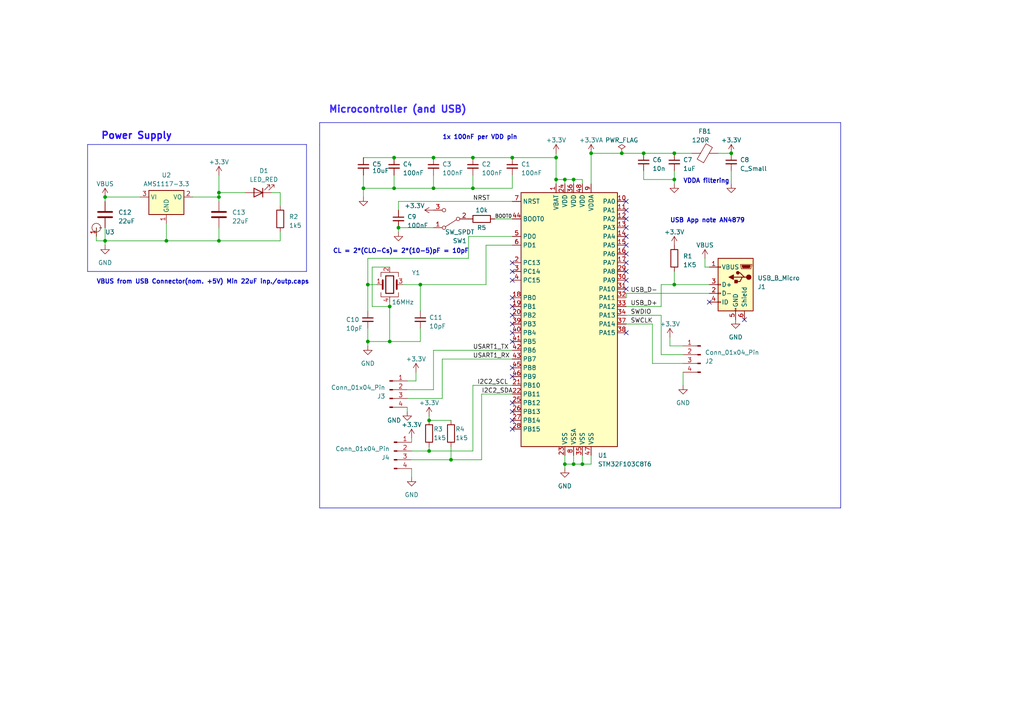
<source format=kicad_sch>
(kicad_sch (version 20230121) (generator eeschema)

  (uuid 017930cf-1b2c-4101-9bad-3dc395a9c686)

  (paper "A4")

  (title_block
    (title "STM32_Bluepill_Board")
    (date "2024-05-21")
    (company "Rohithvishal Pentakota")
  )

  (lib_symbols
    (symbol "Connector:Conn_01x04_Pin" (pin_names (offset 1.016) hide) (in_bom yes) (on_board yes)
      (property "Reference" "J" (at 0 5.08 0)
        (effects (font (size 1.27 1.27)))
      )
      (property "Value" "Conn_01x04_Pin" (at 0 -7.62 0)
        (effects (font (size 1.27 1.27)))
      )
      (property "Footprint" "" (at 0 0 0)
        (effects (font (size 1.27 1.27)) hide)
      )
      (property "Datasheet" "~" (at 0 0 0)
        (effects (font (size 1.27 1.27)) hide)
      )
      (property "ki_locked" "" (at 0 0 0)
        (effects (font (size 1.27 1.27)))
      )
      (property "ki_keywords" "connector" (at 0 0 0)
        (effects (font (size 1.27 1.27)) hide)
      )
      (property "ki_description" "Generic connector, single row, 01x04, script generated" (at 0 0 0)
        (effects (font (size 1.27 1.27)) hide)
      )
      (property "ki_fp_filters" "Connector*:*_1x??_*" (at 0 0 0)
        (effects (font (size 1.27 1.27)) hide)
      )
      (symbol "Conn_01x04_Pin_1_1"
        (polyline
          (pts
            (xy 1.27 -5.08)
            (xy 0.8636 -5.08)
          )
          (stroke (width 0.1524) (type default))
          (fill (type none))
        )
        (polyline
          (pts
            (xy 1.27 -2.54)
            (xy 0.8636 -2.54)
          )
          (stroke (width 0.1524) (type default))
          (fill (type none))
        )
        (polyline
          (pts
            (xy 1.27 0)
            (xy 0.8636 0)
          )
          (stroke (width 0.1524) (type default))
          (fill (type none))
        )
        (polyline
          (pts
            (xy 1.27 2.54)
            (xy 0.8636 2.54)
          )
          (stroke (width 0.1524) (type default))
          (fill (type none))
        )
        (rectangle (start 0.8636 -4.953) (end 0 -5.207)
          (stroke (width 0.1524) (type default))
          (fill (type outline))
        )
        (rectangle (start 0.8636 -2.413) (end 0 -2.667)
          (stroke (width 0.1524) (type default))
          (fill (type outline))
        )
        (rectangle (start 0.8636 0.127) (end 0 -0.127)
          (stroke (width 0.1524) (type default))
          (fill (type outline))
        )
        (rectangle (start 0.8636 2.667) (end 0 2.413)
          (stroke (width 0.1524) (type default))
          (fill (type outline))
        )
        (pin passive line (at 5.08 2.54 180) (length 3.81)
          (name "Pin_1" (effects (font (size 1.27 1.27))))
          (number "1" (effects (font (size 1.27 1.27))))
        )
        (pin passive line (at 5.08 0 180) (length 3.81)
          (name "Pin_2" (effects (font (size 1.27 1.27))))
          (number "2" (effects (font (size 1.27 1.27))))
        )
        (pin passive line (at 5.08 -2.54 180) (length 3.81)
          (name "Pin_3" (effects (font (size 1.27 1.27))))
          (number "3" (effects (font (size 1.27 1.27))))
        )
        (pin passive line (at 5.08 -5.08 180) (length 3.81)
          (name "Pin_4" (effects (font (size 1.27 1.27))))
          (number "4" (effects (font (size 1.27 1.27))))
        )
      )
    )
    (symbol "Connector:USB_B_Micro" (pin_names (offset 1.016)) (in_bom yes) (on_board yes)
      (property "Reference" "J" (at -5.08 11.43 0)
        (effects (font (size 1.27 1.27)) (justify left))
      )
      (property "Value" "USB_B_Micro" (at -5.08 8.89 0)
        (effects (font (size 1.27 1.27)) (justify left))
      )
      (property "Footprint" "" (at 3.81 -1.27 0)
        (effects (font (size 1.27 1.27)) hide)
      )
      (property "Datasheet" "~" (at 3.81 -1.27 0)
        (effects (font (size 1.27 1.27)) hide)
      )
      (property "ki_keywords" "connector USB micro" (at 0 0 0)
        (effects (font (size 1.27 1.27)) hide)
      )
      (property "ki_description" "USB Micro Type B connector" (at 0 0 0)
        (effects (font (size 1.27 1.27)) hide)
      )
      (property "ki_fp_filters" "USB*" (at 0 0 0)
        (effects (font (size 1.27 1.27)) hide)
      )
      (symbol "USB_B_Micro_0_1"
        (rectangle (start -5.08 -7.62) (end 5.08 7.62)
          (stroke (width 0.254) (type default))
          (fill (type background))
        )
        (circle (center -3.81 2.159) (radius 0.635)
          (stroke (width 0.254) (type default))
          (fill (type outline))
        )
        (circle (center -0.635 3.429) (radius 0.381)
          (stroke (width 0.254) (type default))
          (fill (type outline))
        )
        (rectangle (start -0.127 -7.62) (end 0.127 -6.858)
          (stroke (width 0) (type default))
          (fill (type none))
        )
        (polyline
          (pts
            (xy -1.905 2.159)
            (xy 0.635 2.159)
          )
          (stroke (width 0.254) (type default))
          (fill (type none))
        )
        (polyline
          (pts
            (xy -3.175 2.159)
            (xy -2.54 2.159)
            (xy -1.27 3.429)
            (xy -0.635 3.429)
          )
          (stroke (width 0.254) (type default))
          (fill (type none))
        )
        (polyline
          (pts
            (xy -2.54 2.159)
            (xy -1.905 2.159)
            (xy -1.27 0.889)
            (xy 0 0.889)
          )
          (stroke (width 0.254) (type default))
          (fill (type none))
        )
        (polyline
          (pts
            (xy 0.635 2.794)
            (xy 0.635 1.524)
            (xy 1.905 2.159)
            (xy 0.635 2.794)
          )
          (stroke (width 0.254) (type default))
          (fill (type outline))
        )
        (polyline
          (pts
            (xy -4.318 5.588)
            (xy -1.778 5.588)
            (xy -2.032 4.826)
            (xy -4.064 4.826)
            (xy -4.318 5.588)
          )
          (stroke (width 0) (type default))
          (fill (type outline))
        )
        (polyline
          (pts
            (xy -4.699 5.842)
            (xy -4.699 5.588)
            (xy -4.445 4.826)
            (xy -4.445 4.572)
            (xy -1.651 4.572)
            (xy -1.651 4.826)
            (xy -1.397 5.588)
            (xy -1.397 5.842)
            (xy -4.699 5.842)
          )
          (stroke (width 0) (type default))
          (fill (type none))
        )
        (rectangle (start 0.254 1.27) (end -0.508 0.508)
          (stroke (width 0.254) (type default))
          (fill (type outline))
        )
        (rectangle (start 5.08 -5.207) (end 4.318 -4.953)
          (stroke (width 0) (type default))
          (fill (type none))
        )
        (rectangle (start 5.08 -2.667) (end 4.318 -2.413)
          (stroke (width 0) (type default))
          (fill (type none))
        )
        (rectangle (start 5.08 -0.127) (end 4.318 0.127)
          (stroke (width 0) (type default))
          (fill (type none))
        )
        (rectangle (start 5.08 4.953) (end 4.318 5.207)
          (stroke (width 0) (type default))
          (fill (type none))
        )
      )
      (symbol "USB_B_Micro_1_1"
        (pin power_out line (at 7.62 5.08 180) (length 2.54)
          (name "VBUS" (effects (font (size 1.27 1.27))))
          (number "1" (effects (font (size 1.27 1.27))))
        )
        (pin bidirectional line (at 7.62 -2.54 180) (length 2.54)
          (name "D-" (effects (font (size 1.27 1.27))))
          (number "2" (effects (font (size 1.27 1.27))))
        )
        (pin bidirectional line (at 7.62 0 180) (length 2.54)
          (name "D+" (effects (font (size 1.27 1.27))))
          (number "3" (effects (font (size 1.27 1.27))))
        )
        (pin passive line (at 7.62 -5.08 180) (length 2.54)
          (name "ID" (effects (font (size 1.27 1.27))))
          (number "4" (effects (font (size 1.27 1.27))))
        )
        (pin power_out line (at 0 -10.16 90) (length 2.54)
          (name "GND" (effects (font (size 1.27 1.27))))
          (number "5" (effects (font (size 1.27 1.27))))
        )
        (pin passive line (at -2.54 -10.16 90) (length 2.54)
          (name "Shield" (effects (font (size 1.27 1.27))))
          (number "6" (effects (font (size 1.27 1.27))))
        )
      )
    )
    (symbol "Device:C" (pin_numbers hide) (pin_names (offset 0.254)) (in_bom yes) (on_board yes)
      (property "Reference" "C" (at 0.635 2.54 0)
        (effects (font (size 1.27 1.27)) (justify left))
      )
      (property "Value" "C" (at 0.635 -2.54 0)
        (effects (font (size 1.27 1.27)) (justify left))
      )
      (property "Footprint" "" (at 0.9652 -3.81 0)
        (effects (font (size 1.27 1.27)) hide)
      )
      (property "Datasheet" "~" (at 0 0 0)
        (effects (font (size 1.27 1.27)) hide)
      )
      (property "ki_keywords" "cap capacitor" (at 0 0 0)
        (effects (font (size 1.27 1.27)) hide)
      )
      (property "ki_description" "Unpolarized capacitor" (at 0 0 0)
        (effects (font (size 1.27 1.27)) hide)
      )
      (property "ki_fp_filters" "C_*" (at 0 0 0)
        (effects (font (size 1.27 1.27)) hide)
      )
      (symbol "C_0_1"
        (polyline
          (pts
            (xy -2.032 -0.762)
            (xy 2.032 -0.762)
          )
          (stroke (width 0.508) (type default))
          (fill (type none))
        )
        (polyline
          (pts
            (xy -2.032 0.762)
            (xy 2.032 0.762)
          )
          (stroke (width 0.508) (type default))
          (fill (type none))
        )
      )
      (symbol "C_1_1"
        (pin passive line (at 0 3.81 270) (length 2.794)
          (name "~" (effects (font (size 1.27 1.27))))
          (number "1" (effects (font (size 1.27 1.27))))
        )
        (pin passive line (at 0 -3.81 90) (length 2.794)
          (name "~" (effects (font (size 1.27 1.27))))
          (number "2" (effects (font (size 1.27 1.27))))
        )
      )
    )
    (symbol "Device:C_Small" (pin_numbers hide) (pin_names (offset 0.254) hide) (in_bom yes) (on_board yes)
      (property "Reference" "C" (at 0.254 1.778 0)
        (effects (font (size 1.27 1.27)) (justify left))
      )
      (property "Value" "C_Small" (at 0.254 -2.032 0)
        (effects (font (size 1.27 1.27)) (justify left))
      )
      (property "Footprint" "" (at 0 0 0)
        (effects (font (size 1.27 1.27)) hide)
      )
      (property "Datasheet" "~" (at 0 0 0)
        (effects (font (size 1.27 1.27)) hide)
      )
      (property "ki_keywords" "capacitor cap" (at 0 0 0)
        (effects (font (size 1.27 1.27)) hide)
      )
      (property "ki_description" "Unpolarized capacitor, small symbol" (at 0 0 0)
        (effects (font (size 1.27 1.27)) hide)
      )
      (property "ki_fp_filters" "C_*" (at 0 0 0)
        (effects (font (size 1.27 1.27)) hide)
      )
      (symbol "C_Small_0_1"
        (polyline
          (pts
            (xy -1.524 -0.508)
            (xy 1.524 -0.508)
          )
          (stroke (width 0.3302) (type default))
          (fill (type none))
        )
        (polyline
          (pts
            (xy -1.524 0.508)
            (xy 1.524 0.508)
          )
          (stroke (width 0.3048) (type default))
          (fill (type none))
        )
      )
      (symbol "C_Small_1_1"
        (pin passive line (at 0 2.54 270) (length 2.032)
          (name "~" (effects (font (size 1.27 1.27))))
          (number "1" (effects (font (size 1.27 1.27))))
        )
        (pin passive line (at 0 -2.54 90) (length 2.032)
          (name "~" (effects (font (size 1.27 1.27))))
          (number "2" (effects (font (size 1.27 1.27))))
        )
      )
    )
    (symbol "Device:Crystal_GND24" (pin_names (offset 1.016) hide) (in_bom yes) (on_board yes)
      (property "Reference" "Y" (at 3.175 5.08 0)
        (effects (font (size 1.27 1.27)) (justify left))
      )
      (property "Value" "Crystal_GND24" (at 3.175 3.175 0)
        (effects (font (size 1.27 1.27)) (justify left))
      )
      (property "Footprint" "" (at 0 0 0)
        (effects (font (size 1.27 1.27)) hide)
      )
      (property "Datasheet" "~" (at 0 0 0)
        (effects (font (size 1.27 1.27)) hide)
      )
      (property "ki_keywords" "quartz ceramic resonator oscillator" (at 0 0 0)
        (effects (font (size 1.27 1.27)) hide)
      )
      (property "ki_description" "Four pin crystal, GND on pins 2 and 4" (at 0 0 0)
        (effects (font (size 1.27 1.27)) hide)
      )
      (property "ki_fp_filters" "Crystal*" (at 0 0 0)
        (effects (font (size 1.27 1.27)) hide)
      )
      (symbol "Crystal_GND24_0_1"
        (rectangle (start -1.143 2.54) (end 1.143 -2.54)
          (stroke (width 0.3048) (type default))
          (fill (type none))
        )
        (polyline
          (pts
            (xy -2.54 0)
            (xy -2.032 0)
          )
          (stroke (width 0) (type default))
          (fill (type none))
        )
        (polyline
          (pts
            (xy -2.032 -1.27)
            (xy -2.032 1.27)
          )
          (stroke (width 0.508) (type default))
          (fill (type none))
        )
        (polyline
          (pts
            (xy 0 -3.81)
            (xy 0 -3.556)
          )
          (stroke (width 0) (type default))
          (fill (type none))
        )
        (polyline
          (pts
            (xy 0 3.556)
            (xy 0 3.81)
          )
          (stroke (width 0) (type default))
          (fill (type none))
        )
        (polyline
          (pts
            (xy 2.032 -1.27)
            (xy 2.032 1.27)
          )
          (stroke (width 0.508) (type default))
          (fill (type none))
        )
        (polyline
          (pts
            (xy 2.032 0)
            (xy 2.54 0)
          )
          (stroke (width 0) (type default))
          (fill (type none))
        )
        (polyline
          (pts
            (xy -2.54 -2.286)
            (xy -2.54 -3.556)
            (xy 2.54 -3.556)
            (xy 2.54 -2.286)
          )
          (stroke (width 0) (type default))
          (fill (type none))
        )
        (polyline
          (pts
            (xy -2.54 2.286)
            (xy -2.54 3.556)
            (xy 2.54 3.556)
            (xy 2.54 2.286)
          )
          (stroke (width 0) (type default))
          (fill (type none))
        )
      )
      (symbol "Crystal_GND24_1_1"
        (pin passive line (at -3.81 0 0) (length 1.27)
          (name "1" (effects (font (size 1.27 1.27))))
          (number "1" (effects (font (size 1.27 1.27))))
        )
        (pin passive line (at 0 5.08 270) (length 1.27)
          (name "2" (effects (font (size 1.27 1.27))))
          (number "2" (effects (font (size 1.27 1.27))))
        )
        (pin passive line (at 3.81 0 180) (length 1.27)
          (name "3" (effects (font (size 1.27 1.27))))
          (number "3" (effects (font (size 1.27 1.27))))
        )
        (pin passive line (at 0 -5.08 90) (length 1.27)
          (name "4" (effects (font (size 1.27 1.27))))
          (number "4" (effects (font (size 1.27 1.27))))
        )
      )
    )
    (symbol "Device:FerriteBead" (pin_numbers hide) (pin_names (offset 0)) (in_bom yes) (on_board yes)
      (property "Reference" "FB" (at -3.81 0.635 90)
        (effects (font (size 1.27 1.27)))
      )
      (property "Value" "FerriteBead" (at 3.81 0 90)
        (effects (font (size 1.27 1.27)))
      )
      (property "Footprint" "" (at -1.778 0 90)
        (effects (font (size 1.27 1.27)) hide)
      )
      (property "Datasheet" "~" (at 0 0 0)
        (effects (font (size 1.27 1.27)) hide)
      )
      (property "ki_keywords" "L ferrite bead inductor filter" (at 0 0 0)
        (effects (font (size 1.27 1.27)) hide)
      )
      (property "ki_description" "Ferrite bead" (at 0 0 0)
        (effects (font (size 1.27 1.27)) hide)
      )
      (property "ki_fp_filters" "Inductor_* L_* *Ferrite*" (at 0 0 0)
        (effects (font (size 1.27 1.27)) hide)
      )
      (symbol "FerriteBead_0_1"
        (polyline
          (pts
            (xy 0 -1.27)
            (xy 0 -1.2192)
          )
          (stroke (width 0) (type default))
          (fill (type none))
        )
        (polyline
          (pts
            (xy 0 1.27)
            (xy 0 1.2954)
          )
          (stroke (width 0) (type default))
          (fill (type none))
        )
        (polyline
          (pts
            (xy -2.7686 0.4064)
            (xy -1.7018 2.2606)
            (xy 2.7686 -0.3048)
            (xy 1.6764 -2.159)
            (xy -2.7686 0.4064)
          )
          (stroke (width 0) (type default))
          (fill (type none))
        )
      )
      (symbol "FerriteBead_1_1"
        (pin passive line (at 0 3.81 270) (length 2.54)
          (name "~" (effects (font (size 1.27 1.27))))
          (number "1" (effects (font (size 1.27 1.27))))
        )
        (pin passive line (at 0 -3.81 90) (length 2.54)
          (name "~" (effects (font (size 1.27 1.27))))
          (number "2" (effects (font (size 1.27 1.27))))
        )
      )
    )
    (symbol "Device:LED" (pin_numbers hide) (pin_names (offset 1.016) hide) (in_bom yes) (on_board yes)
      (property "Reference" "D" (at 0 2.54 0)
        (effects (font (size 1.27 1.27)))
      )
      (property "Value" "LED" (at 0 -2.54 0)
        (effects (font (size 1.27 1.27)))
      )
      (property "Footprint" "" (at 0 0 0)
        (effects (font (size 1.27 1.27)) hide)
      )
      (property "Datasheet" "~" (at 0 0 0)
        (effects (font (size 1.27 1.27)) hide)
      )
      (property "ki_keywords" "LED diode" (at 0 0 0)
        (effects (font (size 1.27 1.27)) hide)
      )
      (property "ki_description" "Light emitting diode" (at 0 0 0)
        (effects (font (size 1.27 1.27)) hide)
      )
      (property "ki_fp_filters" "LED* LED_SMD:* LED_THT:*" (at 0 0 0)
        (effects (font (size 1.27 1.27)) hide)
      )
      (symbol "LED_0_1"
        (polyline
          (pts
            (xy -1.27 -1.27)
            (xy -1.27 1.27)
          )
          (stroke (width 0.254) (type default))
          (fill (type none))
        )
        (polyline
          (pts
            (xy -1.27 0)
            (xy 1.27 0)
          )
          (stroke (width 0) (type default))
          (fill (type none))
        )
        (polyline
          (pts
            (xy 1.27 -1.27)
            (xy 1.27 1.27)
            (xy -1.27 0)
            (xy 1.27 -1.27)
          )
          (stroke (width 0.254) (type default))
          (fill (type none))
        )
        (polyline
          (pts
            (xy -3.048 -0.762)
            (xy -4.572 -2.286)
            (xy -3.81 -2.286)
            (xy -4.572 -2.286)
            (xy -4.572 -1.524)
          )
          (stroke (width 0) (type default))
          (fill (type none))
        )
        (polyline
          (pts
            (xy -1.778 -0.762)
            (xy -3.302 -2.286)
            (xy -2.54 -2.286)
            (xy -3.302 -2.286)
            (xy -3.302 -1.524)
          )
          (stroke (width 0) (type default))
          (fill (type none))
        )
      )
      (symbol "LED_1_1"
        (pin passive line (at -3.81 0 0) (length 2.54)
          (name "K" (effects (font (size 1.27 1.27))))
          (number "1" (effects (font (size 1.27 1.27))))
        )
        (pin passive line (at 3.81 0 180) (length 2.54)
          (name "A" (effects (font (size 1.27 1.27))))
          (number "2" (effects (font (size 1.27 1.27))))
        )
      )
    )
    (symbol "Device:R" (pin_numbers hide) (pin_names (offset 0)) (in_bom yes) (on_board yes)
      (property "Reference" "R" (at 2.032 0 90)
        (effects (font (size 1.27 1.27)))
      )
      (property "Value" "R" (at 0 0 90)
        (effects (font (size 1.27 1.27)))
      )
      (property "Footprint" "" (at -1.778 0 90)
        (effects (font (size 1.27 1.27)) hide)
      )
      (property "Datasheet" "~" (at 0 0 0)
        (effects (font (size 1.27 1.27)) hide)
      )
      (property "ki_keywords" "R res resistor" (at 0 0 0)
        (effects (font (size 1.27 1.27)) hide)
      )
      (property "ki_description" "Resistor" (at 0 0 0)
        (effects (font (size 1.27 1.27)) hide)
      )
      (property "ki_fp_filters" "R_*" (at 0 0 0)
        (effects (font (size 1.27 1.27)) hide)
      )
      (symbol "R_0_1"
        (rectangle (start -1.016 -2.54) (end 1.016 2.54)
          (stroke (width 0.254) (type default))
          (fill (type none))
        )
      )
      (symbol "R_1_1"
        (pin passive line (at 0 3.81 270) (length 1.27)
          (name "~" (effects (font (size 1.27 1.27))))
          (number "1" (effects (font (size 1.27 1.27))))
        )
        (pin passive line (at 0 -3.81 90) (length 1.27)
          (name "~" (effects (font (size 1.27 1.27))))
          (number "2" (effects (font (size 1.27 1.27))))
        )
      )
    )
    (symbol "MCU_ST_STM32F1:STM32F103C8Tx" (in_bom yes) (on_board yes)
      (property "Reference" "U1" (at 12.7 39.37 0)
        (effects (font (size 1.27 1.27)) (justify left))
      )
      (property "Value" "STM32F103C8Tx" (at 10.16 -38.1 0)
        (effects (font (size 1.27 1.27)) (justify left))
      )
      (property "Footprint" "Package_QFP:LQFP-48_7x7mm_P0.5mm" (at -12.7 -35.56 0)
        (effects (font (size 1.27 1.27)) (justify right) hide)
      )
      (property "Datasheet" "https://www.st.com/resource/en/datasheet/stm32f103c8.pdf" (at 0 0 0)
        (effects (font (size 1.27 1.27)) hide)
      )
      (property "ki_locked" "" (at 0 0 0)
        (effects (font (size 1.27 1.27)))
      )
      (property "ki_keywords" "Arm Cortex-M3 STM32F1 STM32F103" (at 0 0 0)
        (effects (font (size 1.27 1.27)) hide)
      )
      (property "ki_description" "STMicroelectronics Arm Cortex-M3 MCU, 64KB flash, 20KB RAM, 72 MHz, 2.0-3.6V, 37 GPIO, LQFP48" (at 0 0 0)
        (effects (font (size 1.27 1.27)) hide)
      )
      (property "ki_fp_filters" "LQFP*7x7mm*P0.5mm*" (at 0 0 0)
        (effects (font (size 1.27 1.27)) hide)
      )
      (symbol "STM32F103C8Tx_0_1"
        (rectangle (start -12.7 -35.56) (end 15.24 38.1)
          (stroke (width 0.254) (type default))
          (fill (type background))
        )
      )
      (symbol "STM32F103C8Tx_1_1"
        (pin power_in line (at -2.54 40.64 270) (length 2.54)
          (name "VBAT" (effects (font (size 1.27 1.27))))
          (number "1" (effects (font (size 1.27 1.27))))
        )
        (pin bidirectional line (at 17.78 35.56 180) (length 2.54)
          (name "PA0" (effects (font (size 1.27 1.27))))
          (number "10" (effects (font (size 1.27 1.27))))
          (alternate "ADC1_IN0" bidirectional line)
          (alternate "ADC2_IN0" bidirectional line)
          (alternate "SYS_WKUP" bidirectional line)
          (alternate "TIM2_CH1" bidirectional line)
          (alternate "TIM2_ETR" bidirectional line)
          (alternate "USART2_CTS" bidirectional line)
        )
        (pin bidirectional line (at 17.78 33.02 180) (length 2.54)
          (name "PA1" (effects (font (size 1.27 1.27))))
          (number "11" (effects (font (size 1.27 1.27))))
          (alternate "ADC1_IN1" bidirectional line)
          (alternate "ADC2_IN1" bidirectional line)
          (alternate "TIM2_CH2" bidirectional line)
          (alternate "USART2_RTS" bidirectional line)
        )
        (pin bidirectional line (at 17.78 30.48 180) (length 2.54)
          (name "PA2" (effects (font (size 1.27 1.27))))
          (number "12" (effects (font (size 1.27 1.27))))
          (alternate "ADC1_IN2" bidirectional line)
          (alternate "ADC2_IN2" bidirectional line)
          (alternate "TIM2_CH3" bidirectional line)
          (alternate "USART2_TX" bidirectional line)
        )
        (pin bidirectional line (at 17.78 27.94 180) (length 2.54)
          (name "PA3" (effects (font (size 1.27 1.27))))
          (number "13" (effects (font (size 1.27 1.27))))
          (alternate "ADC1_IN3" bidirectional line)
          (alternate "ADC2_IN3" bidirectional line)
          (alternate "TIM2_CH4" bidirectional line)
          (alternate "USART2_RX" bidirectional line)
        )
        (pin bidirectional line (at 17.78 25.4 180) (length 2.54)
          (name "PA4" (effects (font (size 1.27 1.27))))
          (number "14" (effects (font (size 1.27 1.27))))
          (alternate "ADC1_IN4" bidirectional line)
          (alternate "ADC2_IN4" bidirectional line)
          (alternate "SPI1_NSS" bidirectional line)
          (alternate "USART2_CK" bidirectional line)
        )
        (pin bidirectional line (at 17.78 22.86 180) (length 2.54)
          (name "PA5" (effects (font (size 1.27 1.27))))
          (number "15" (effects (font (size 1.27 1.27))))
          (alternate "ADC1_IN5" bidirectional line)
          (alternate "ADC2_IN5" bidirectional line)
          (alternate "SPI1_SCK" bidirectional line)
        )
        (pin bidirectional line (at 17.78 20.32 180) (length 2.54)
          (name "PA6" (effects (font (size 1.27 1.27))))
          (number "16" (effects (font (size 1.27 1.27))))
          (alternate "ADC1_IN6" bidirectional line)
          (alternate "ADC2_IN6" bidirectional line)
          (alternate "SPI1_MISO" bidirectional line)
          (alternate "TIM1_BKIN" bidirectional line)
          (alternate "TIM3_CH1" bidirectional line)
        )
        (pin bidirectional line (at 17.78 17.78 180) (length 2.54)
          (name "PA7" (effects (font (size 1.27 1.27))))
          (number "17" (effects (font (size 1.27 1.27))))
          (alternate "ADC1_IN7" bidirectional line)
          (alternate "ADC2_IN7" bidirectional line)
          (alternate "SPI1_MOSI" bidirectional line)
          (alternate "TIM1_CH1N" bidirectional line)
          (alternate "TIM3_CH2" bidirectional line)
        )
        (pin bidirectional line (at -15.24 7.62 0) (length 2.54)
          (name "PB0" (effects (font (size 1.27 1.27))))
          (number "18" (effects (font (size 1.27 1.27))))
          (alternate "ADC1_IN8" bidirectional line)
          (alternate "ADC2_IN8" bidirectional line)
          (alternate "TIM1_CH2N" bidirectional line)
          (alternate "TIM3_CH3" bidirectional line)
        )
        (pin bidirectional line (at -15.24 5.08 0) (length 2.54)
          (name "PB1" (effects (font (size 1.27 1.27))))
          (number "19" (effects (font (size 1.27 1.27))))
          (alternate "ADC1_IN9" bidirectional line)
          (alternate "ADC2_IN9" bidirectional line)
          (alternate "TIM1_CH3N" bidirectional line)
          (alternate "TIM3_CH4" bidirectional line)
        )
        (pin bidirectional line (at -15.24 17.78 0) (length 2.54)
          (name "PC13" (effects (font (size 1.27 1.27))))
          (number "2" (effects (font (size 1.27 1.27))))
          (alternate "RTC_OUT" bidirectional line)
          (alternate "RTC_TAMPER" bidirectional line)
        )
        (pin bidirectional line (at -15.24 2.54 0) (length 2.54)
          (name "PB2" (effects (font (size 1.27 1.27))))
          (number "20" (effects (font (size 1.27 1.27))))
        )
        (pin bidirectional line (at -15.24 -17.78 0) (length 2.54)
          (name "PB10" (effects (font (size 1.27 1.27))))
          (number "21" (effects (font (size 1.27 1.27))))
          (alternate "I2C2_SCL" bidirectional line)
          (alternate "TIM2_CH3" bidirectional line)
          (alternate "USART3_TX" bidirectional line)
        )
        (pin bidirectional line (at -15.24 -20.32 0) (length 2.54)
          (name "PB11" (effects (font (size 1.27 1.27))))
          (number "22" (effects (font (size 1.27 1.27))))
          (alternate "ADC1_EXTI11" bidirectional line)
          (alternate "ADC2_EXTI11" bidirectional line)
          (alternate "I2C2_SDA" bidirectional line)
          (alternate "TIM2_CH4" bidirectional line)
          (alternate "USART3_RX" bidirectional line)
        )
        (pin power_in line (at 0 -38.1 90) (length 2.54)
          (name "VSS" (effects (font (size 1.27 1.27))))
          (number "23" (effects (font (size 1.27 1.27))))
        )
        (pin power_in line (at 0 40.64 270) (length 2.54)
          (name "VDD" (effects (font (size 1.27 1.27))))
          (number "24" (effects (font (size 1.27 1.27))))
        )
        (pin bidirectional line (at -15.24 -22.86 0) (length 2.54)
          (name "PB12" (effects (font (size 1.27 1.27))))
          (number "25" (effects (font (size 1.27 1.27))))
          (alternate "I2C2_SMBA" bidirectional line)
          (alternate "SPI2_NSS" bidirectional line)
          (alternate "TIM1_BKIN" bidirectional line)
          (alternate "USART3_CK" bidirectional line)
        )
        (pin bidirectional line (at -15.24 -25.4 0) (length 2.54)
          (name "PB13" (effects (font (size 1.27 1.27))))
          (number "26" (effects (font (size 1.27 1.27))))
          (alternate "SPI2_SCK" bidirectional line)
          (alternate "TIM1_CH1N" bidirectional line)
          (alternate "USART3_CTS" bidirectional line)
        )
        (pin bidirectional line (at -15.24 -27.94 0) (length 2.54)
          (name "PB14" (effects (font (size 1.27 1.27))))
          (number "27" (effects (font (size 1.27 1.27))))
          (alternate "SPI2_MISO" bidirectional line)
          (alternate "TIM1_CH2N" bidirectional line)
          (alternate "USART3_RTS" bidirectional line)
        )
        (pin bidirectional line (at -15.24 -30.48 0) (length 2.54)
          (name "PB15" (effects (font (size 1.27 1.27))))
          (number "28" (effects (font (size 1.27 1.27))))
          (alternate "ADC1_EXTI15" bidirectional line)
          (alternate "ADC2_EXTI15" bidirectional line)
          (alternate "SPI2_MOSI" bidirectional line)
          (alternate "TIM1_CH3N" bidirectional line)
        )
        (pin bidirectional line (at 17.78 15.24 180) (length 2.54)
          (name "PA8" (effects (font (size 1.27 1.27))))
          (number "29" (effects (font (size 1.27 1.27))))
          (alternate "RCC_MCO" bidirectional line)
          (alternate "TIM1_CH1" bidirectional line)
          (alternate "USART1_CK" bidirectional line)
        )
        (pin bidirectional line (at -15.24 15.24 0) (length 2.54)
          (name "PC14" (effects (font (size 1.27 1.27))))
          (number "3" (effects (font (size 1.27 1.27))))
          (alternate "RCC_OSC32_IN" bidirectional line)
        )
        (pin bidirectional line (at 17.78 12.7 180) (length 2.54)
          (name "PA9" (effects (font (size 1.27 1.27))))
          (number "30" (effects (font (size 1.27 1.27))))
          (alternate "TIM1_CH2" bidirectional line)
          (alternate "USART1_TX" bidirectional line)
        )
        (pin bidirectional line (at 17.78 10.16 180) (length 2.54)
          (name "PA10" (effects (font (size 1.27 1.27))))
          (number "31" (effects (font (size 1.27 1.27))))
          (alternate "TIM1_CH3" bidirectional line)
          (alternate "USART1_RX" bidirectional line)
        )
        (pin bidirectional line (at 17.78 7.62 180) (length 2.54)
          (name "PA11" (effects (font (size 1.27 1.27))))
          (number "32" (effects (font (size 1.27 1.27))))
          (alternate "ADC1_EXTI11" bidirectional line)
          (alternate "ADC2_EXTI11" bidirectional line)
          (alternate "CAN_RX" bidirectional line)
          (alternate "TIM1_CH4" bidirectional line)
          (alternate "USART1_CTS" bidirectional line)
          (alternate "USB_DM" bidirectional line)
        )
        (pin bidirectional line (at 17.78 5.08 180) (length 2.54)
          (name "PA12" (effects (font (size 1.27 1.27))))
          (number "33" (effects (font (size 1.27 1.27))))
          (alternate "CAN_TX" bidirectional line)
          (alternate "TIM1_ETR" bidirectional line)
          (alternate "USART1_RTS" bidirectional line)
          (alternate "USB_DP" bidirectional line)
        )
        (pin bidirectional line (at 17.78 2.54 180) (length 2.54)
          (name "PA13" (effects (font (size 1.27 1.27))))
          (number "34" (effects (font (size 1.27 1.27))))
          (alternate "SYS_JTMS-SWDIO" bidirectional line)
        )
        (pin passive line (at 0 -38.1 90) (length 2.54) hide
          (name "VSS" (effects (font (size 1.27 1.27))))
          (number "35" (effects (font (size 1.27 1.27))))
        )
        (pin power_in line (at 5.08 -38.1 90) (length 2.54)
          (name "VSS" (effects (font (size 1.27 1.27))))
          (number "35" (effects (font (size 1.27 1.27))))
        )
        (pin power_in line (at 2.54 40.64 270) (length 2.54)
          (name "VDD" (effects (font (size 1.27 1.27))))
          (number "36" (effects (font (size 1.27 1.27))))
        )
        (pin bidirectional line (at 17.78 0 180) (length 2.54)
          (name "PA14" (effects (font (size 1.27 1.27))))
          (number "37" (effects (font (size 1.27 1.27))))
          (alternate "SYS_JTCK-SWCLK" bidirectional line)
        )
        (pin bidirectional line (at 17.78 -2.54 180) (length 2.54)
          (name "PA15" (effects (font (size 1.27 1.27))))
          (number "38" (effects (font (size 1.27 1.27))))
          (alternate "ADC1_EXTI15" bidirectional line)
          (alternate "ADC2_EXTI15" bidirectional line)
          (alternate "SPI1_NSS" bidirectional line)
          (alternate "SYS_JTDI" bidirectional line)
          (alternate "TIM2_CH1" bidirectional line)
          (alternate "TIM2_ETR" bidirectional line)
        )
        (pin bidirectional line (at -15.24 0 0) (length 2.54)
          (name "PB3" (effects (font (size 1.27 1.27))))
          (number "39" (effects (font (size 1.27 1.27))))
          (alternate "SPI1_SCK" bidirectional line)
          (alternate "SYS_JTDO-TRACESWO" bidirectional line)
          (alternate "TIM2_CH2" bidirectional line)
        )
        (pin bidirectional line (at -15.24 12.7 0) (length 2.54)
          (name "PC15" (effects (font (size 1.27 1.27))))
          (number "4" (effects (font (size 1.27 1.27))))
          (alternate "ADC1_EXTI15" bidirectional line)
          (alternate "ADC2_EXTI15" bidirectional line)
          (alternate "RCC_OSC32_OUT" bidirectional line)
        )
        (pin bidirectional line (at -15.24 -2.54 0) (length 2.54)
          (name "PB4" (effects (font (size 1.27 1.27))))
          (number "40" (effects (font (size 1.27 1.27))))
          (alternate "SPI1_MISO" bidirectional line)
          (alternate "SYS_NJTRST" bidirectional line)
          (alternate "TIM3_CH1" bidirectional line)
        )
        (pin bidirectional line (at -15.24 -5.08 0) (length 2.54)
          (name "PB5" (effects (font (size 1.27 1.27))))
          (number "41" (effects (font (size 1.27 1.27))))
          (alternate "I2C1_SMBA" bidirectional line)
          (alternate "SPI1_MOSI" bidirectional line)
          (alternate "TIM3_CH2" bidirectional line)
        )
        (pin bidirectional line (at -15.24 -7.62 0) (length 2.54)
          (name "PB6" (effects (font (size 1.27 1.27))))
          (number "42" (effects (font (size 1.27 1.27))))
          (alternate "I2C1_SCL" bidirectional line)
          (alternate "TIM4_CH1" bidirectional line)
          (alternate "USART1_TX" bidirectional line)
        )
        (pin bidirectional line (at -15.24 -10.16 0) (length 2.54)
          (name "PB7" (effects (font (size 1.27 1.27))))
          (number "43" (effects (font (size 1.27 1.27))))
          (alternate "I2C1_SDA" bidirectional line)
          (alternate "TIM4_CH2" bidirectional line)
          (alternate "USART1_RX" bidirectional line)
        )
        (pin input line (at -15.24 30.48 0) (length 2.54)
          (name "BOOT0" (effects (font (size 1.27 1.27))))
          (number "44" (effects (font (size 1.27 1.27))))
        )
        (pin bidirectional line (at -15.24 -12.7 0) (length 2.54)
          (name "PB8" (effects (font (size 1.27 1.27))))
          (number "45" (effects (font (size 1.27 1.27))))
          (alternate "CAN_RX" bidirectional line)
          (alternate "I2C1_SCL" bidirectional line)
          (alternate "TIM4_CH3" bidirectional line)
        )
        (pin bidirectional line (at -15.24 -15.24 0) (length 2.54)
          (name "PB9" (effects (font (size 1.27 1.27))))
          (number "46" (effects (font (size 1.27 1.27))))
          (alternate "CAN_TX" bidirectional line)
          (alternate "I2C1_SDA" bidirectional line)
          (alternate "TIM4_CH4" bidirectional line)
        )
        (pin passive line (at 0 -38.1 90) (length 2.54) hide
          (name "VSS" (effects (font (size 1.27 1.27))))
          (number "47" (effects (font (size 1.27 1.27))))
        )
        (pin power_in line (at 7.62 -38.1 90) (length 2.54)
          (name "VSS" (effects (font (size 1.27 1.27))))
          (number "47" (effects (font (size 1.27 1.27))))
        )
        (pin power_in line (at 5.08 40.64 270) (length 2.54)
          (name "VDD" (effects (font (size 1.27 1.27))))
          (number "48" (effects (font (size 1.27 1.27))))
        )
        (pin bidirectional line (at -15.24 25.4 0) (length 2.54)
          (name "PD0" (effects (font (size 1.27 1.27))))
          (number "5" (effects (font (size 1.27 1.27))))
          (alternate "RCC_OSC_IN" bidirectional line)
        )
        (pin bidirectional line (at -15.24 22.86 0) (length 2.54)
          (name "PD1" (effects (font (size 1.27 1.27))))
          (number "6" (effects (font (size 1.27 1.27))))
          (alternate "RCC_OSC_OUT" bidirectional line)
        )
        (pin input line (at -15.24 35.56 0) (length 2.54)
          (name "NRST" (effects (font (size 1.27 1.27))))
          (number "7" (effects (font (size 1.27 1.27))))
        )
        (pin power_in line (at 2.54 -38.1 90) (length 2.54)
          (name "VSSA" (effects (font (size 1.27 1.27))))
          (number "8" (effects (font (size 1.27 1.27))))
        )
        (pin power_in line (at 7.62 40.64 270) (length 2.54)
          (name "VDDA" (effects (font (size 1.27 1.27))))
          (number "9" (effects (font (size 1.27 1.27))))
        )
      )
    )
    (symbol "Regulator_Linear:AMS1117-3.3" (in_bom yes) (on_board yes)
      (property "Reference" "U" (at -3.81 3.175 0)
        (effects (font (size 1.27 1.27)))
      )
      (property "Value" "AMS1117-3.3" (at 0 3.175 0)
        (effects (font (size 1.27 1.27)) (justify left))
      )
      (property "Footprint" "Package_TO_SOT_SMD:SOT-223-3_TabPin2" (at 0 5.08 0)
        (effects (font (size 1.27 1.27)) hide)
      )
      (property "Datasheet" "http://www.advanced-monolithic.com/pdf/ds1117.pdf" (at 2.54 -6.35 0)
        (effects (font (size 1.27 1.27)) hide)
      )
      (property "ki_keywords" "linear regulator ldo fixed positive" (at 0 0 0)
        (effects (font (size 1.27 1.27)) hide)
      )
      (property "ki_description" "1A Low Dropout regulator, positive, 3.3V fixed output, SOT-223" (at 0 0 0)
        (effects (font (size 1.27 1.27)) hide)
      )
      (property "ki_fp_filters" "SOT?223*TabPin2*" (at 0 0 0)
        (effects (font (size 1.27 1.27)) hide)
      )
      (symbol "AMS1117-3.3_0_1"
        (rectangle (start -5.08 -5.08) (end 5.08 1.905)
          (stroke (width 0.254) (type default))
          (fill (type background))
        )
      )
      (symbol "AMS1117-3.3_1_1"
        (pin power_in line (at 0 -7.62 90) (length 2.54)
          (name "GND" (effects (font (size 1.27 1.27))))
          (number "1" (effects (font (size 1.27 1.27))))
        )
        (pin power_out line (at 7.62 0 180) (length 2.54)
          (name "VO" (effects (font (size 1.27 1.27))))
          (number "2" (effects (font (size 1.27 1.27))))
        )
        (pin power_in line (at -7.62 0 0) (length 2.54)
          (name "VI" (effects (font (size 1.27 1.27))))
          (number "3" (effects (font (size 1.27 1.27))))
        )
      )
    )
    (symbol "Switch:SW_SPDT" (pin_names (offset 0) hide) (in_bom yes) (on_board yes)
      (property "Reference" "SW" (at 0 4.318 0)
        (effects (font (size 1.27 1.27)))
      )
      (property "Value" "SW_SPDT" (at 0 -5.08 0)
        (effects (font (size 1.27 1.27)))
      )
      (property "Footprint" "" (at 0 0 0)
        (effects (font (size 1.27 1.27)) hide)
      )
      (property "Datasheet" "~" (at 0 0 0)
        (effects (font (size 1.27 1.27)) hide)
      )
      (property "ki_keywords" "switch single-pole double-throw spdt ON-ON" (at 0 0 0)
        (effects (font (size 1.27 1.27)) hide)
      )
      (property "ki_description" "Switch, single pole double throw" (at 0 0 0)
        (effects (font (size 1.27 1.27)) hide)
      )
      (symbol "SW_SPDT_0_0"
        (circle (center -2.032 0) (radius 0.508)
          (stroke (width 0) (type default))
          (fill (type none))
        )
        (circle (center 2.032 -2.54) (radius 0.508)
          (stroke (width 0) (type default))
          (fill (type none))
        )
      )
      (symbol "SW_SPDT_0_1"
        (polyline
          (pts
            (xy -1.524 0.254)
            (xy 1.651 2.286)
          )
          (stroke (width 0) (type default))
          (fill (type none))
        )
        (circle (center 2.032 2.54) (radius 0.508)
          (stroke (width 0) (type default))
          (fill (type none))
        )
      )
      (symbol "SW_SPDT_1_1"
        (pin passive line (at 5.08 2.54 180) (length 2.54)
          (name "A" (effects (font (size 1.27 1.27))))
          (number "1" (effects (font (size 1.27 1.27))))
        )
        (pin passive line (at -5.08 0 0) (length 2.54)
          (name "B" (effects (font (size 1.27 1.27))))
          (number "2" (effects (font (size 1.27 1.27))))
        )
        (pin passive line (at 5.08 -2.54 180) (length 2.54)
          (name "C" (effects (font (size 1.27 1.27))))
          (number "3" (effects (font (size 1.27 1.27))))
        )
      )
    )
    (symbol "power:+3.3V" (power) (pin_names (offset 0)) (in_bom yes) (on_board yes)
      (property "Reference" "#PWR" (at 0 -3.81 0)
        (effects (font (size 1.27 1.27)) hide)
      )
      (property "Value" "+3.3V" (at 0 3.556 0)
        (effects (font (size 1.27 1.27)))
      )
      (property "Footprint" "" (at 0 0 0)
        (effects (font (size 1.27 1.27)) hide)
      )
      (property "Datasheet" "" (at 0 0 0)
        (effects (font (size 1.27 1.27)) hide)
      )
      (property "ki_keywords" "global power" (at 0 0 0)
        (effects (font (size 1.27 1.27)) hide)
      )
      (property "ki_description" "Power symbol creates a global label with name \"+3.3V\"" (at 0 0 0)
        (effects (font (size 1.27 1.27)) hide)
      )
      (symbol "+3.3V_0_1"
        (polyline
          (pts
            (xy -0.762 1.27)
            (xy 0 2.54)
          )
          (stroke (width 0) (type default))
          (fill (type none))
        )
        (polyline
          (pts
            (xy 0 0)
            (xy 0 2.54)
          )
          (stroke (width 0) (type default))
          (fill (type none))
        )
        (polyline
          (pts
            (xy 0 2.54)
            (xy 0.762 1.27)
          )
          (stroke (width 0) (type default))
          (fill (type none))
        )
      )
      (symbol "+3.3V_1_1"
        (pin power_in line (at 0 0 90) (length 0) hide
          (name "+3.3V" (effects (font (size 1.27 1.27))))
          (number "1" (effects (font (size 1.27 1.27))))
        )
      )
    )
    (symbol "power:+3.3VA" (power) (pin_names (offset 0)) (in_bom yes) (on_board yes)
      (property "Reference" "#PWR" (at 0 -3.81 0)
        (effects (font (size 1.27 1.27)) hide)
      )
      (property "Value" "+3.3VA" (at 0 3.556 0)
        (effects (font (size 1.27 1.27)))
      )
      (property "Footprint" "" (at 0 0 0)
        (effects (font (size 1.27 1.27)) hide)
      )
      (property "Datasheet" "" (at 0 0 0)
        (effects (font (size 1.27 1.27)) hide)
      )
      (property "ki_keywords" "global power" (at 0 0 0)
        (effects (font (size 1.27 1.27)) hide)
      )
      (property "ki_description" "Power symbol creates a global label with name \"+3.3VA\"" (at 0 0 0)
        (effects (font (size 1.27 1.27)) hide)
      )
      (symbol "+3.3VA_0_1"
        (polyline
          (pts
            (xy -0.762 1.27)
            (xy 0 2.54)
          )
          (stroke (width 0) (type default))
          (fill (type none))
        )
        (polyline
          (pts
            (xy 0 0)
            (xy 0 2.54)
          )
          (stroke (width 0) (type default))
          (fill (type none))
        )
        (polyline
          (pts
            (xy 0 2.54)
            (xy 0.762 1.27)
          )
          (stroke (width 0) (type default))
          (fill (type none))
        )
      )
      (symbol "+3.3VA_1_1"
        (pin power_in line (at 0 0 90) (length 0) hide
          (name "+3.3VA" (effects (font (size 1.27 1.27))))
          (number "1" (effects (font (size 1.27 1.27))))
        )
      )
    )
    (symbol "power:GND" (power) (pin_names (offset 0)) (in_bom yes) (on_board yes)
      (property "Reference" "#PWR" (at 0 -6.35 0)
        (effects (font (size 1.27 1.27)) hide)
      )
      (property "Value" "GND" (at 0 -3.81 0)
        (effects (font (size 1.27 1.27)))
      )
      (property "Footprint" "" (at 0 0 0)
        (effects (font (size 1.27 1.27)) hide)
      )
      (property "Datasheet" "" (at 0 0 0)
        (effects (font (size 1.27 1.27)) hide)
      )
      (property "ki_keywords" "global power" (at 0 0 0)
        (effects (font (size 1.27 1.27)) hide)
      )
      (property "ki_description" "Power symbol creates a global label with name \"GND\" , ground" (at 0 0 0)
        (effects (font (size 1.27 1.27)) hide)
      )
      (symbol "GND_0_1"
        (polyline
          (pts
            (xy 0 0)
            (xy 0 -1.27)
            (xy 1.27 -1.27)
            (xy 0 -2.54)
            (xy -1.27 -1.27)
            (xy 0 -1.27)
          )
          (stroke (width 0) (type default))
          (fill (type none))
        )
      )
      (symbol "GND_1_1"
        (pin power_in line (at 0 0 270) (length 0) hide
          (name "GND" (effects (font (size 1.27 1.27))))
          (number "1" (effects (font (size 1.27 1.27))))
        )
      )
    )
    (symbol "power:PWR_FLAG" (power) (pin_numbers hide) (pin_names (offset 0) hide) (in_bom yes) (on_board yes)
      (property "Reference" "#FLG" (at 0 1.905 0)
        (effects (font (size 1.27 1.27)) hide)
      )
      (property "Value" "PWR_FLAG" (at 0 3.81 0)
        (effects (font (size 1.27 1.27)))
      )
      (property "Footprint" "" (at 0 0 0)
        (effects (font (size 1.27 1.27)) hide)
      )
      (property "Datasheet" "~" (at 0 0 0)
        (effects (font (size 1.27 1.27)) hide)
      )
      (property "ki_keywords" "flag power" (at 0 0 0)
        (effects (font (size 1.27 1.27)) hide)
      )
      (property "ki_description" "Special symbol for telling ERC where power comes from" (at 0 0 0)
        (effects (font (size 1.27 1.27)) hide)
      )
      (symbol "PWR_FLAG_0_0"
        (pin power_out line (at 0 0 90) (length 0)
          (name "pwr" (effects (font (size 1.27 1.27))))
          (number "1" (effects (font (size 1.27 1.27))))
        )
      )
      (symbol "PWR_FLAG_0_1"
        (polyline
          (pts
            (xy 0 0)
            (xy 0 1.27)
            (xy -1.016 1.905)
            (xy 0 2.54)
            (xy 1.016 1.905)
            (xy 0 1.27)
          )
          (stroke (width 0) (type default))
          (fill (type none))
        )
      )
    )
    (symbol "power:VBUS" (power) (pin_names (offset 0)) (in_bom yes) (on_board yes)
      (property "Reference" "#PWR" (at 0 -3.81 0)
        (effects (font (size 1.27 1.27)) hide)
      )
      (property "Value" "VBUS" (at 0 3.81 0)
        (effects (font (size 1.27 1.27)))
      )
      (property "Footprint" "" (at 0 0 0)
        (effects (font (size 1.27 1.27)) hide)
      )
      (property "Datasheet" "" (at 0 0 0)
        (effects (font (size 1.27 1.27)) hide)
      )
      (property "ki_keywords" "global power" (at 0 0 0)
        (effects (font (size 1.27 1.27)) hide)
      )
      (property "ki_description" "Power symbol creates a global label with name \"VBUS\"" (at 0 0 0)
        (effects (font (size 1.27 1.27)) hide)
      )
      (symbol "VBUS_0_1"
        (polyline
          (pts
            (xy -0.762 1.27)
            (xy 0 2.54)
          )
          (stroke (width 0) (type default))
          (fill (type none))
        )
        (polyline
          (pts
            (xy 0 0)
            (xy 0 2.54)
          )
          (stroke (width 0) (type default))
          (fill (type none))
        )
        (polyline
          (pts
            (xy 0 2.54)
            (xy 0.762 1.27)
          )
          (stroke (width 0) (type default))
          (fill (type none))
        )
      )
      (symbol "VBUS_1_1"
        (pin power_in line (at 0 0 90) (length 0) hide
          (name "VBUS" (effects (font (size 1.27 1.27))))
          (number "1" (effects (font (size 1.27 1.27))))
        )
      )
    )
    (symbol "soldernail-RTML:soldernail" (in_bom yes) (on_board yes)
      (property "Reference" "U2" (at 3.81 1.27 90)
        (effects (font (size 1.27 1.27)) (justify right))
      )
      (property "Value" "~" (at 0 0 0)
        (effects (font (size 1.27 1.27)))
      )
      (property "Footprint" "soldernail-RTML:Soldernail" (at 0 0 0)
        (effects (font (size 1.27 1.27)) hide)
      )
      (property "Datasheet" "" (at 0 0 0)
        (effects (font (size 1.27 1.27)) hide)
      )
      (symbol "soldernail_0_1"
        (circle (center -1.27 0) (radius 1.27)
          (stroke (width 0) (type default))
          (fill (type none))
        )
      )
      (symbol "soldernail_1_1"
        (pin input line (at -1.27 0 270) (length 2.54)
          (name "" (effects (font (size 1.27 1.27))))
          (number "1" (effects (font (size 1.27 1.27))))
        )
      )
    )
  )

  (junction (at 163.83 134.62) (diameter 0) (color 0 0 0 0)
    (uuid 02afdc47-5111-43e9-b510-c65be815763c)
  )
  (junction (at 114.3 54.61) (diameter 0) (color 0 0 0 0)
    (uuid 112d27c4-d471-4360-a2b5-27ba49f02077)
  )
  (junction (at 195.58 82.55) (diameter 0) (color 0 0 0 0)
    (uuid 135fca51-ec77-4754-b8d0-ed725cea8836)
  )
  (junction (at 186.69 44.45) (diameter 0) (color 0 0 0 0)
    (uuid 1a04899f-5afc-43b1-a303-1c81314aefef)
  )
  (junction (at 125.73 54.61) (diameter 0) (color 0 0 0 0)
    (uuid 1a31d83d-b066-4931-b23f-475c7dfda2a5)
  )
  (junction (at 195.58 44.45) (diameter 0) (color 0 0 0 0)
    (uuid 1a40ca3d-a46f-4c21-8beb-48084f12d1ad)
  )
  (junction (at 163.83 52.07) (diameter 0) (color 0 0 0 0)
    (uuid 29823b44-a3da-4e1a-ad19-5fdb6a61d7a2)
  )
  (junction (at 166.37 52.07) (diameter 0) (color 0 0 0 0)
    (uuid 3613fc22-71a3-4b7c-91e9-1cc0a899626e)
  )
  (junction (at 137.16 54.61) (diameter 0) (color 0 0 0 0)
    (uuid 53418cd9-9a34-4a54-8589-ecbf0dcf3bbc)
  )
  (junction (at 166.37 134.62) (diameter 0) (color 0 0 0 0)
    (uuid 53805db0-b843-46e7-80f6-fd18f2fbc90b)
  )
  (junction (at 30.48 57.15) (diameter 0) (color 0 0 0 0)
    (uuid 58587868-8ea1-4d02-9b1f-92ff6f869f2c)
  )
  (junction (at 63.5 69.85) (diameter 0) (color 0 0 0 0)
    (uuid 59208162-8391-4249-a689-0b7c55e81868)
  )
  (junction (at 212.09 44.45) (diameter 0) (color 0 0 0 0)
    (uuid 5980d246-f155-43bd-a04d-dfecf4f7d0de)
  )
  (junction (at 195.58 52.07) (diameter 0) (color 0 0 0 0)
    (uuid 696cbb7b-599b-4d9b-a121-0d4c3ff2c190)
  )
  (junction (at 161.29 52.07) (diameter 0) (color 0 0 0 0)
    (uuid 6a132f91-c415-43c8-964b-6e3bf44558c8)
  )
  (junction (at 121.92 82.55) (diameter 0) (color 0 0 0 0)
    (uuid 6e39bdb1-3dea-4292-ac49-bc4b08d2d4b8)
  )
  (junction (at 124.46 130.81) (diameter 0) (color 0 0 0 0)
    (uuid 7456e2b7-5285-4524-ab4f-78f6f259e5da)
  )
  (junction (at 114.3 45.72) (diameter 0) (color 0 0 0 0)
    (uuid 894cd751-643c-4b17-ae23-dec3bc3edc44)
  )
  (junction (at 106.68 82.55) (diameter 0) (color 0 0 0 0)
    (uuid 8c4dd7ec-522a-41c4-8a44-f90de3bb114e)
  )
  (junction (at 124.46 121.92) (diameter 0) (color 0 0 0 0)
    (uuid 8d20c32e-dbea-49f6-8b89-3a0ba402a443)
  )
  (junction (at 30.48 69.85) (diameter 0) (color 0 0 0 0)
    (uuid 9b80bf06-108b-4ca4-8be0-a19464d1c346)
  )
  (junction (at 115.57 66.04) (diameter 0) (color 0 0 0 0)
    (uuid a857bff1-8615-4b1e-94cb-325f87c680cf)
  )
  (junction (at 63.5 57.15) (diameter 0) (color 0 0 0 0)
    (uuid abcbd4fd-abb8-40c3-b4be-5a9d0a43505b)
  )
  (junction (at 148.59 45.72) (diameter 0) (color 0 0 0 0)
    (uuid b1183fb1-2a17-48f1-8ffb-6e584e55a376)
  )
  (junction (at 106.68 99.06) (diameter 0) (color 0 0 0 0)
    (uuid b3037d75-f0c5-479c-8b81-913cd5d0a56c)
  )
  (junction (at 180.34 44.45) (diameter 0) (color 0 0 0 0)
    (uuid b3a45cbd-c651-46c7-aefc-d2893d5fff35)
  )
  (junction (at 48.26 69.85) (diameter 0) (color 0 0 0 0)
    (uuid bc944cad-ee56-4505-8ea6-98f0fa18cc3f)
  )
  (junction (at 105.41 54.61) (diameter 0) (color 0 0 0 0)
    (uuid c1a6e980-a515-4e84-8551-d1b7ff3a1098)
  )
  (junction (at 63.5 55.88) (diameter 0) (color 0 0 0 0)
    (uuid c4411947-9db2-4125-96f8-9294f92c6759)
  )
  (junction (at 130.81 133.35) (diameter 0) (color 0 0 0 0)
    (uuid c5c1097e-3582-493b-b7bb-21f0ec8815fa)
  )
  (junction (at 125.73 45.72) (diameter 0) (color 0 0 0 0)
    (uuid d706b996-49d0-4e66-8e5d-9228137f206b)
  )
  (junction (at 171.45 44.45) (diameter 0) (color 0 0 0 0)
    (uuid e46ecc59-5846-4aa5-8bb0-57512e4a7f09)
  )
  (junction (at 161.29 45.72) (diameter 0) (color 0 0 0 0)
    (uuid f0422069-3090-4048-9d51-2375e7a84f51)
  )
  (junction (at 113.03 88.9) (diameter 0) (color 0 0 0 0)
    (uuid f587727e-9943-423d-a185-3187b5754e42)
  )
  (junction (at 168.91 134.62) (diameter 0) (color 0 0 0 0)
    (uuid f738ba9e-8791-4649-a6bb-cbbc972b8bf8)
  )
  (junction (at 113.03 99.06) (diameter 0) (color 0 0 0 0)
    (uuid f95c4443-8d50-4e8c-ba57-59fa82446ec0)
  )
  (junction (at 137.16 45.72) (diameter 0) (color 0 0 0 0)
    (uuid fceb6f5c-a0db-4df9-b805-f2dea95b427d)
  )

  (no_connect (at 148.59 106.68) (uuid 00bc367c-54cd-49f7-a517-c6c06af9a09c))
  (no_connect (at 148.59 91.44) (uuid 045dfaf5-ffec-4c83-b0bb-3827daebaec2))
  (no_connect (at 148.59 93.98) (uuid 08b9474b-ea10-47eb-bd34-601ec004d703))
  (no_connect (at 181.61 68.58) (uuid 0bfea17d-dc4e-48ea-95a9-d17ad0070cd2))
  (no_connect (at 148.59 76.2) (uuid 2195c89c-aa49-4aef-81cb-66fe03da654a))
  (no_connect (at 148.59 99.06) (uuid 22d4be7b-a1cc-4c62-86f5-75f919bb5130))
  (no_connect (at 181.61 76.2) (uuid 24c18221-d8d8-4ec9-8402-5bb0ede43c31))
  (no_connect (at 181.61 66.04) (uuid 2a95d54d-4681-4975-a7dc-1278d50807fd))
  (no_connect (at 148.59 119.38) (uuid 372b5424-cc7a-497c-8e84-2bcec184c9c8))
  (no_connect (at 181.61 60.96) (uuid 38147faa-d06e-4e1e-98dc-2ec5231bbec4))
  (no_connect (at 181.61 73.66) (uuid 397a34e6-0e7b-43a8-8455-a672904f2044))
  (no_connect (at 148.59 88.9) (uuid 5e196733-cd37-408c-ad35-222049ef4338))
  (no_connect (at 205.74 87.63) (uuid 5f49b9f8-be6a-4606-8374-1fcb963dee09))
  (no_connect (at 148.59 109.22) (uuid 65d22c4e-360b-44af-990f-dea2a9dc8382))
  (no_connect (at 148.59 86.36) (uuid 6886c76b-b8b8-48fa-91cd-2a88fb3a3d9e))
  (no_connect (at 215.9 92.71) (uuid 6e6bc975-4716-4d4b-ae17-d55d7f2ab6a4))
  (no_connect (at 181.61 83.82) (uuid 7672d3df-e6af-4d4a-8c39-8fb6e4de8d8b))
  (no_connect (at 148.59 96.52) (uuid 771274f3-2fc5-415a-8542-40c137d6b0bb))
  (no_connect (at 181.61 63.5) (uuid 7ea2ed48-ac0d-47b2-bf62-8fc2e49368d2))
  (no_connect (at 148.59 121.92) (uuid 851eef3a-c26d-4fa7-ab2b-29da697c275d))
  (no_connect (at 181.61 78.74) (uuid 9055931c-b468-4aaa-bbdc-ea60737af656))
  (no_connect (at 181.61 58.42) (uuid a0cc9067-d2e2-4656-949e-654b3e4799fa))
  (no_connect (at 181.61 96.52) (uuid a8ec8460-12b9-43c4-a5d6-b9b8822659c2))
  (no_connect (at 148.59 124.46) (uuid b3cd85ea-a3e6-4732-9667-253d66c0c027))
  (no_connect (at 148.59 78.74) (uuid b662c6fe-9764-4338-bdf3-f51007afd67d))
  (no_connect (at 181.61 71.12) (uuid cc2849a0-9149-43fe-a171-6c77f181324c))
  (no_connect (at 181.61 81.28) (uuid d9b8065c-9dc5-4750-9260-cf8270c226ef))
  (no_connect (at 148.59 116.84) (uuid dab2762c-e226-4c70-a7e6-5645b945cfd2))
  (no_connect (at 148.59 81.28) (uuid e85cdf42-fedd-4f62-828a-cf068027cbec))

  (wire (pts (xy 161.29 44.45) (xy 161.29 45.72))
    (stroke (width 0) (type default))
    (uuid 00fc1612-ffd7-4083-8762-665e94af4b71)
  )
  (wire (pts (xy 113.03 77.47) (xy 107.95 77.47))
    (stroke (width 0) (type default))
    (uuid 02a77ce0-efde-4c1d-bacb-857c9eab95b5)
  )
  (polyline (pts (xy 88.9 78.74) (xy 25.4 78.74))
    (stroke (width 0) (type default))
    (uuid 0360218c-bae3-42a2-b280-5ce34130eed4)
  )

  (wire (pts (xy 161.29 52.07) (xy 161.29 53.34))
    (stroke (width 0) (type default))
    (uuid 0538fa7b-2937-42ac-b9e4-1c6707580394)
  )
  (wire (pts (xy 168.91 134.62) (xy 166.37 134.62))
    (stroke (width 0) (type default))
    (uuid 06ee453e-fa16-4f88-b90f-b7be39de79ce)
  )
  (wire (pts (xy 139.7 114.3) (xy 148.59 114.3))
    (stroke (width 0) (type default))
    (uuid 07eb6bf5-4991-4636-bc4c-b777ed69b639)
  )
  (wire (pts (xy 114.3 45.72) (xy 125.73 45.72))
    (stroke (width 0) (type default))
    (uuid 0a13b6c6-5753-47bb-ae4a-e8f98422d971)
  )
  (wire (pts (xy 171.45 132.08) (xy 171.45 134.62))
    (stroke (width 0) (type default))
    (uuid 120a6c5d-6837-4b4e-b048-a82bb2dda570)
  )
  (wire (pts (xy 27.94 69.85) (xy 30.48 69.85))
    (stroke (width 0) (type default))
    (uuid 14497a50-a618-439e-8020-1ac7fffc627c)
  )
  (wire (pts (xy 181.61 85.09) (xy 181.61 86.36))
    (stroke (width 0) (type default))
    (uuid 1559ca6d-9a4f-41ea-848e-8cf2cc281477)
  )
  (wire (pts (xy 163.83 134.62) (xy 163.83 135.89))
    (stroke (width 0) (type default))
    (uuid 160315b4-b2df-485f-a094-17fceaf7bf49)
  )
  (wire (pts (xy 107.95 88.9) (xy 113.03 88.9))
    (stroke (width 0) (type default))
    (uuid 17c859cd-3a93-4811-b83f-70fd327bc45f)
  )
  (wire (pts (xy 189.23 105.41) (xy 198.12 105.41))
    (stroke (width 0) (type default))
    (uuid 1c400800-2942-4d4f-beda-bbd88acf9170)
  )
  (wire (pts (xy 195.58 78.74) (xy 195.58 82.55))
    (stroke (width 0) (type default))
    (uuid 1d406cb5-9e1f-4f16-8e75-d601f1196621)
  )
  (polyline (pts (xy 92.71 35.56) (xy 92.71 41.91))
    (stroke (width 0) (type default))
    (uuid 1fb766bb-b88b-425b-91b5-02246d60083c)
  )

  (wire (pts (xy 148.59 111.76) (xy 137.16 111.76))
    (stroke (width 0) (type default))
    (uuid 268446bb-fe96-468a-828a-c76e044192d6)
  )
  (wire (pts (xy 116.84 82.55) (xy 121.92 82.55))
    (stroke (width 0) (type default))
    (uuid 269bf909-8b76-4e02-bdb2-a71157c682bd)
  )
  (wire (pts (xy 143.51 63.5) (xy 148.59 63.5))
    (stroke (width 0) (type default))
    (uuid 288631fe-0592-44a1-8941-dbcf952ef94c)
  )
  (wire (pts (xy 106.68 99.06) (xy 106.68 100.33))
    (stroke (width 0) (type default))
    (uuid 288e85f3-594a-417c-90b6-7b06648e8260)
  )
  (wire (pts (xy 166.37 134.62) (xy 163.83 134.62))
    (stroke (width 0) (type default))
    (uuid 2a146fd6-6d35-4377-bb24-0215f9d04ae0)
  )
  (wire (pts (xy 189.23 93.98) (xy 189.23 105.41))
    (stroke (width 0) (type default))
    (uuid 2ae25ff3-96e0-485c-85f5-c6f4ea6ed9f4)
  )
  (wire (pts (xy 106.68 74.93) (xy 106.68 82.55))
    (stroke (width 0) (type default))
    (uuid 2b9113b9-0271-465f-8363-2d3ece5e7f43)
  )
  (wire (pts (xy 186.69 52.07) (xy 195.58 52.07))
    (stroke (width 0) (type default))
    (uuid 2ded9827-5e4b-4364-8f46-d5e5983f3ef5)
  )
  (wire (pts (xy 191.77 82.55) (xy 191.77 88.9))
    (stroke (width 0) (type default))
    (uuid 2ec09476-4f42-4e1e-b3ff-033fc535a3bc)
  )
  (wire (pts (xy 48.26 69.85) (xy 30.48 69.85))
    (stroke (width 0) (type default))
    (uuid 2ec7f747-365d-4721-988a-9390988cf2d4)
  )
  (wire (pts (xy 124.46 129.54) (xy 124.46 130.81))
    (stroke (width 0) (type default))
    (uuid 2fd7b1c7-b391-4fb0-ad2f-4d33bb84797e)
  )
  (polyline (pts (xy 88.9 41.91) (xy 88.9 78.74))
    (stroke (width 0) (type default))
    (uuid 3178587c-6492-41ab-b5b2-ef0096ad324f)
  )

  (wire (pts (xy 171.45 134.62) (xy 168.91 134.62))
    (stroke (width 0) (type default))
    (uuid 33e9e19c-19d1-4737-aea7-35b9000d1ef3)
  )
  (wire (pts (xy 195.58 82.55) (xy 191.77 82.55))
    (stroke (width 0) (type default))
    (uuid 34fa125d-b8a6-434c-99a8-b14ab5f1752f)
  )
  (wire (pts (xy 128.27 115.57) (xy 118.11 115.57))
    (stroke (width 0) (type default))
    (uuid 361c7738-695c-4a0c-a39d-dbba169e0b15)
  )
  (wire (pts (xy 120.65 107.95) (xy 120.65 110.49))
    (stroke (width 0) (type default))
    (uuid 36d0ed4b-a301-46f3-ba82-8a1746ae8b97)
  )
  (wire (pts (xy 130.81 129.54) (xy 130.81 133.35))
    (stroke (width 0) (type default))
    (uuid 39a09174-1c34-45d8-a088-fdc83874b60f)
  )
  (wire (pts (xy 121.92 82.55) (xy 140.97 82.55))
    (stroke (width 0) (type default))
    (uuid 3a2f8af6-4d41-47c6-83bb-fbb478915aa5)
  )
  (wire (pts (xy 107.95 77.47) (xy 107.95 88.9))
    (stroke (width 0) (type default))
    (uuid 3ca7925a-2bd3-45e0-b420-7a289fb4def6)
  )
  (wire (pts (xy 119.38 135.89) (xy 119.38 138.43))
    (stroke (width 0) (type default))
    (uuid 3e5a33be-a4ff-4b44-8741-1329f28742af)
  )
  (wire (pts (xy 194.31 100.33) (xy 198.12 100.33))
    (stroke (width 0) (type default))
    (uuid 3fdc62e8-0eb2-4182-8d9a-3adf08ce31ef)
  )
  (wire (pts (xy 148.59 50.8) (xy 148.59 54.61))
    (stroke (width 0) (type default))
    (uuid 4249ee6b-ca3d-4e8a-856f-b1292be5a9e9)
  )
  (wire (pts (xy 63.5 55.88) (xy 71.12 55.88))
    (stroke (width 0) (type default))
    (uuid 42a8c481-e37a-47c9-9806-81e751934369)
  )
  (wire (pts (xy 63.5 55.88) (xy 63.5 57.15))
    (stroke (width 0) (type default))
    (uuid 42ca2ff4-d8d3-47b2-bb14-00cb09415253)
  )
  (wire (pts (xy 166.37 52.07) (xy 163.83 52.07))
    (stroke (width 0) (type default))
    (uuid 45fd3f27-2f98-4c6d-b0f8-f14eda55f478)
  )
  (wire (pts (xy 137.16 111.76) (xy 137.16 130.81))
    (stroke (width 0) (type default))
    (uuid 46f4ed99-197e-4668-ae9c-281f2e55381a)
  )
  (wire (pts (xy 163.83 53.34) (xy 163.83 52.07))
    (stroke (width 0) (type default))
    (uuid 4c33c333-2222-4e2a-aec1-c80c305acb78)
  )
  (polyline (pts (xy 25.4 41.91) (xy 88.9 41.91))
    (stroke (width 0) (type default))
    (uuid 4eafbb46-46ef-41fa-845d-883ba3c8bcf9)
  )

  (wire (pts (xy 63.5 57.15) (xy 63.5 58.42))
    (stroke (width 0) (type default))
    (uuid 51ebdf48-f48a-4c0c-b907-a5b2bf769fdd)
  )
  (wire (pts (xy 113.03 99.06) (xy 106.68 99.06))
    (stroke (width 0) (type default))
    (uuid 5363d124-1f47-45d2-aa48-f86a91a76efd)
  )
  (wire (pts (xy 124.46 120.65) (xy 124.46 121.92))
    (stroke (width 0) (type default))
    (uuid 55337e0c-732c-4ed6-90ed-0fe781a3c17c)
  )
  (wire (pts (xy 148.59 54.61) (xy 137.16 54.61))
    (stroke (width 0) (type default))
    (uuid 5714a6f3-6af1-4121-a535-9d3041451ce8)
  )
  (wire (pts (xy 128.27 104.14) (xy 128.27 115.57))
    (stroke (width 0) (type default))
    (uuid 5a9cc93c-6a5c-4148-8c44-0ac6ad451e8b)
  )
  (wire (pts (xy 198.12 107.95) (xy 198.12 111.76))
    (stroke (width 0) (type default))
    (uuid 5c6c9a89-7b7a-4ac8-809f-d3ad15998fef)
  )
  (wire (pts (xy 113.03 88.9) (xy 113.03 87.63))
    (stroke (width 0) (type default))
    (uuid 5cdd3383-bd99-4a02-9e41-1f199610990b)
  )
  (wire (pts (xy 135.89 68.58) (xy 135.89 74.93))
    (stroke (width 0) (type default))
    (uuid 655e9739-833d-4d9a-a3a4-e93e230ba714)
  )
  (wire (pts (xy 81.28 67.31) (xy 81.28 69.85))
    (stroke (width 0) (type default))
    (uuid 65c2aeac-7787-477d-ad86-2e51432986fc)
  )
  (wire (pts (xy 114.3 54.61) (xy 105.41 54.61))
    (stroke (width 0) (type default))
    (uuid 67b57c50-dded-4a68-a814-b10c033a46a0)
  )
  (wire (pts (xy 135.89 74.93) (xy 106.68 74.93))
    (stroke (width 0) (type default))
    (uuid 6f317152-59fb-45ae-a781-2a680fb9e1b2)
  )
  (wire (pts (xy 106.68 82.55) (xy 106.68 90.17))
    (stroke (width 0) (type default))
    (uuid 7399572a-7c9f-4b3b-a9b3-86c969356482)
  )
  (wire (pts (xy 106.68 82.55) (xy 109.22 82.55))
    (stroke (width 0) (type default))
    (uuid 76012f5d-5e9b-4f99-b3c1-6eaf4db32d47)
  )
  (polyline (pts (xy 92.71 147.32) (xy 243.84 147.32))
    (stroke (width 0) (type default))
    (uuid 765eed9a-383c-4906-ade9-35200f9a6fc7)
  )

  (wire (pts (xy 166.37 53.34) (xy 166.37 52.07))
    (stroke (width 0) (type default))
    (uuid 779d3a61-e7e9-4aa7-880a-ed81a5361132)
  )
  (wire (pts (xy 121.92 82.55) (xy 121.92 90.17))
    (stroke (width 0) (type default))
    (uuid 780c1027-50f5-42e4-9193-fac7b5c7904a)
  )
  (wire (pts (xy 63.5 50.8) (xy 63.5 55.88))
    (stroke (width 0) (type default))
    (uuid 794f81f5-d895-447b-b9e3-d51e7972a049)
  )
  (wire (pts (xy 81.28 55.88) (xy 81.28 59.69))
    (stroke (width 0) (type default))
    (uuid 7a6a0d51-d5d4-4a74-a598-dcf28292d1ad)
  )
  (wire (pts (xy 124.46 121.92) (xy 130.81 121.92))
    (stroke (width 0) (type default))
    (uuid 7c0d30b0-c015-48ff-a1a0-541eda0c8e3a)
  )
  (wire (pts (xy 137.16 54.61) (xy 125.73 54.61))
    (stroke (width 0) (type default))
    (uuid 84096960-cbed-489a-96a2-2a0c08e6cb7c)
  )
  (wire (pts (xy 30.48 57.15) (xy 40.64 57.15))
    (stroke (width 0) (type default))
    (uuid 8584fa2d-4bf9-4afb-b97b-1fdd5fe635a1)
  )
  (wire (pts (xy 119.38 133.35) (xy 130.81 133.35))
    (stroke (width 0) (type default))
    (uuid 87f34e7b-ad67-447d-bdf1-9ff3e8b2e6fe)
  )
  (wire (pts (xy 125.73 101.6) (xy 125.73 113.03))
    (stroke (width 0) (type default))
    (uuid 887057c4-f28a-4fdb-9007-b767a8a14b05)
  )
  (wire (pts (xy 63.5 66.04) (xy 63.5 69.85))
    (stroke (width 0) (type default))
    (uuid 89658e58-55d7-47a4-b4ae-48e7ae90238b)
  )
  (wire (pts (xy 121.92 95.25) (xy 121.92 99.06))
    (stroke (width 0) (type default))
    (uuid 8a7dad7d-8c39-4ba7-9742-3a60c799f040)
  )
  (wire (pts (xy 181.61 93.98) (xy 189.23 93.98))
    (stroke (width 0) (type default))
    (uuid 8c36f261-4da9-4284-ada4-38f0197d7b10)
  )
  (wire (pts (xy 137.16 50.8) (xy 137.16 54.61))
    (stroke (width 0) (type default))
    (uuid 8eaef614-fc9f-4bb4-beed-7b63f6afe9f4)
  )
  (wire (pts (xy 140.97 82.55) (xy 140.97 71.12))
    (stroke (width 0) (type default))
    (uuid 91bf1ecd-f400-4354-a3ba-56e3ea06b580)
  )
  (wire (pts (xy 105.41 54.61) (xy 105.41 50.8))
    (stroke (width 0) (type default))
    (uuid 93801aba-c171-4cf5-bac6-0f98345d3d0a)
  )
  (wire (pts (xy 119.38 127) (xy 119.38 128.27))
    (stroke (width 0) (type default))
    (uuid 94b8e67d-3579-4751-acc0-cf7c4fedf607)
  )
  (wire (pts (xy 163.83 52.07) (xy 161.29 52.07))
    (stroke (width 0) (type default))
    (uuid 97fe1b97-42d0-4ab7-9743-aef6c39feb81)
  )
  (wire (pts (xy 204.47 77.47) (xy 205.74 77.47))
    (stroke (width 0) (type default))
    (uuid 984328f5-9f6e-4b41-8ce8-4d1e631cdb15)
  )
  (wire (pts (xy 78.74 55.88) (xy 81.28 55.88))
    (stroke (width 0) (type default))
    (uuid 98d3e70d-3d69-4e18-b9b4-2725b03943c5)
  )
  (wire (pts (xy 181.61 85.09) (xy 205.74 85.09))
    (stroke (width 0) (type default))
    (uuid 9b23c752-c448-4052-a862-1cb77fea5767)
  )
  (wire (pts (xy 115.57 66.04) (xy 115.57 67.31))
    (stroke (width 0) (type default))
    (uuid 9b9c817a-4070-4568-a4a7-8969f3c1b2b2)
  )
  (wire (pts (xy 55.88 57.15) (xy 63.5 57.15))
    (stroke (width 0) (type default))
    (uuid 9d1b6b2d-e9d5-4207-973c-10bb85672bd9)
  )
  (wire (pts (xy 195.58 52.07) (xy 195.58 53.34))
    (stroke (width 0) (type default))
    (uuid 9d967cd0-0d0e-42b5-a771-331f841e8633)
  )
  (wire (pts (xy 105.41 45.72) (xy 114.3 45.72))
    (stroke (width 0) (type default))
    (uuid 9f1541ee-fd55-4284-8911-78156cb45d98)
  )
  (wire (pts (xy 115.57 58.42) (xy 115.57 60.96))
    (stroke (width 0) (type default))
    (uuid a16f891b-9e24-4b72-819b-d2342baa0336)
  )
  (wire (pts (xy 171.45 44.45) (xy 171.45 53.34))
    (stroke (width 0) (type default))
    (uuid a5df5b30-5da7-4c29-b15a-03a63fe0a1ef)
  )
  (wire (pts (xy 205.74 82.55) (xy 195.58 82.55))
    (stroke (width 0) (type default))
    (uuid ad2ee78c-0a0a-41cb-b2a5-d4fe682ca596)
  )
  (wire (pts (xy 148.59 45.72) (xy 161.29 45.72))
    (stroke (width 0) (type default))
    (uuid adeb0fac-170a-453b-8f87-669916d9f5f7)
  )
  (wire (pts (xy 125.73 45.72) (xy 137.16 45.72))
    (stroke (width 0) (type default))
    (uuid b0672ca0-ff78-4ad6-9152-a8ad8134cb1f)
  )
  (wire (pts (xy 115.57 58.42) (xy 148.59 58.42))
    (stroke (width 0) (type default))
    (uuid b479f1a5-a8b0-4c16-8158-0f16ede49057)
  )
  (wire (pts (xy 137.16 45.72) (xy 148.59 45.72))
    (stroke (width 0) (type default))
    (uuid b513a5cc-14eb-45c1-bc73-a37fb91ab468)
  )
  (wire (pts (xy 105.41 54.61) (xy 105.41 57.15))
    (stroke (width 0) (type default))
    (uuid b7aed208-9eee-46ee-930f-52a39bc2aa4f)
  )
  (wire (pts (xy 130.81 133.35) (xy 139.7 133.35))
    (stroke (width 0) (type default))
    (uuid b963270a-db1a-4840-a6c2-a41a49fec1bb)
  )
  (wire (pts (xy 168.91 132.08) (xy 168.91 134.62))
    (stroke (width 0) (type default))
    (uuid ba11e4f7-2a0a-4590-8985-bb618818b7c4)
  )
  (wire (pts (xy 163.83 132.08) (xy 163.83 134.62))
    (stroke (width 0) (type default))
    (uuid bdeb3dcf-9a8f-4b04-bfa8-eddb75dd36ea)
  )
  (wire (pts (xy 148.59 101.6) (xy 125.73 101.6))
    (stroke (width 0) (type default))
    (uuid be04ef19-ba49-41ef-9365-1daf8b80dcf7)
  )
  (wire (pts (xy 161.29 45.72) (xy 161.29 52.07))
    (stroke (width 0) (type default))
    (uuid beb69c1d-4162-48bf-8172-17ee1633aa50)
  )
  (wire (pts (xy 30.48 69.85) (xy 30.48 71.12))
    (stroke (width 0) (type default))
    (uuid c05839a2-67d8-4cee-915d-87619c7fbfa1)
  )
  (wire (pts (xy 194.31 97.79) (xy 194.31 100.33))
    (stroke (width 0) (type default))
    (uuid c06c4007-c3b1-4475-91e6-48a18dca7d60)
  )
  (wire (pts (xy 212.09 49.53) (xy 212.09 53.34))
    (stroke (width 0) (type default))
    (uuid c0b005e6-8798-4aa4-802f-8aacbde1a933)
  )
  (polyline (pts (xy 25.4 41.91) (xy 25.4 78.74))
    (stroke (width 0) (type default))
    (uuid c526b908-c7c0-4eee-aa68-c59f9d6f7bf8)
  )

  (wire (pts (xy 113.03 88.9) (xy 113.03 99.06))
    (stroke (width 0) (type default))
    (uuid c81ee49d-c426-4d0e-8ee9-14bf503e2752)
  )
  (wire (pts (xy 148.59 68.58) (xy 135.89 68.58))
    (stroke (width 0) (type default))
    (uuid ca6d7095-4c31-4a2d-955b-4d154e9b8a8d)
  )
  (wire (pts (xy 125.73 50.8) (xy 125.73 54.61))
    (stroke (width 0) (type default))
    (uuid cb820cf6-c7f8-4037-a784-b60fa11603a3)
  )
  (wire (pts (xy 171.45 44.45) (xy 180.34 44.45))
    (stroke (width 0) (type default))
    (uuid cc7cd27d-3802-48a9-914b-4e4d8c30963f)
  )
  (wire (pts (xy 181.61 91.44) (xy 191.77 91.44))
    (stroke (width 0) (type default))
    (uuid cd1a1234-ccb9-4eaf-94fc-87d02f4f2aba)
  )
  (wire (pts (xy 106.68 95.25) (xy 106.68 99.06))
    (stroke (width 0) (type default))
    (uuid cf2c9781-6a19-4dba-8b76-5a1025aa1a77)
  )
  (wire (pts (xy 118.11 119.38) (xy 118.11 118.11))
    (stroke (width 0) (type default))
    (uuid d060fa7c-abc0-4d4f-873f-59a82fd48d09)
  )
  (wire (pts (xy 140.97 71.12) (xy 148.59 71.12))
    (stroke (width 0) (type default))
    (uuid d0be89cd-ab87-411c-958e-0ad16fb63f10)
  )
  (wire (pts (xy 137.16 130.81) (xy 124.46 130.81))
    (stroke (width 0) (type default))
    (uuid d0de3fea-8869-4217-b51f-6386ef6fe72a)
  )
  (wire (pts (xy 186.69 44.45) (xy 195.58 44.45))
    (stroke (width 0) (type default))
    (uuid d1174aa1-b6cc-448e-9f54-ba12fd17955f)
  )
  (wire (pts (xy 120.65 110.49) (xy 118.11 110.49))
    (stroke (width 0) (type default))
    (uuid d35ea2e1-11e2-477e-b7d3-3066620e5bc1)
  )
  (wire (pts (xy 195.58 52.07) (xy 195.58 49.53))
    (stroke (width 0) (type default))
    (uuid d4f56c27-1d5f-4ff3-a2a7-b42567e84e36)
  )
  (wire (pts (xy 181.61 88.9) (xy 191.77 88.9))
    (stroke (width 0) (type default))
    (uuid d5181019-3a7a-4fd0-8d27-784ff413aa60)
  )
  (wire (pts (xy 208.28 44.45) (xy 212.09 44.45))
    (stroke (width 0) (type default))
    (uuid d52003f2-5e4b-4992-b803-ede683cd6b18)
  )
  (wire (pts (xy 168.91 52.07) (xy 166.37 52.07))
    (stroke (width 0) (type default))
    (uuid d6812d91-420e-4aab-b9a5-ff8e278c55e7)
  )
  (polyline (pts (xy 92.71 41.91) (xy 92.71 147.32))
    (stroke (width 0) (type default))
    (uuid d87a40c5-10d4-42cf-a238-9a7b7c17be9e)
  )

  (wire (pts (xy 166.37 132.08) (xy 166.37 134.62))
    (stroke (width 0) (type default))
    (uuid d93eca83-a604-4d15-9f21-b1d95428561d)
  )
  (wire (pts (xy 124.46 130.81) (xy 119.38 130.81))
    (stroke (width 0) (type default))
    (uuid da021c9e-ccfc-4760-9166-30307c47a4ac)
  )
  (wire (pts (xy 114.3 50.8) (xy 114.3 54.61))
    (stroke (width 0) (type default))
    (uuid da31b5d1-2ed3-4232-b7cf-c9230349e3b9)
  )
  (wire (pts (xy 81.28 69.85) (xy 63.5 69.85))
    (stroke (width 0) (type default))
    (uuid de03d413-87af-491d-92db-573b818c3994)
  )
  (wire (pts (xy 121.92 99.06) (xy 113.03 99.06))
    (stroke (width 0) (type default))
    (uuid de6d375d-31a2-465f-b9b2-8751c1e43d48)
  )
  (wire (pts (xy 30.48 58.42) (xy 30.48 57.15))
    (stroke (width 0) (type default))
    (uuid e26ecfce-6ac0-4af0-9754-bc63876fa917)
  )
  (wire (pts (xy 139.7 133.35) (xy 139.7 114.3))
    (stroke (width 0) (type default))
    (uuid eae794cd-51c1-42a3-9982-daf6c0b09aad)
  )
  (wire (pts (xy 30.48 66.04) (xy 30.48 69.85))
    (stroke (width 0) (type default))
    (uuid ed0be577-db89-4de6-b9ca-96344eeef49a)
  )
  (wire (pts (xy 63.5 69.85) (xy 48.26 69.85))
    (stroke (width 0) (type default))
    (uuid ee13183e-1595-49fa-ac42-76215013ebdd)
  )
  (wire (pts (xy 125.73 54.61) (xy 114.3 54.61))
    (stroke (width 0) (type default))
    (uuid ee48062c-7200-4271-9f2d-f8b77f3977b5)
  )
  (wire (pts (xy 115.57 66.04) (xy 125.73 66.04))
    (stroke (width 0) (type default))
    (uuid ef9f456b-813c-46bd-81d0-5ab4c7aefa77)
  )
  (polyline (pts (xy 243.84 35.56) (xy 92.71 35.56))
    (stroke (width 0) (type default))
    (uuid f0768ad9-5c9e-407f-85bf-c7c60807cb33)
  )

  (wire (pts (xy 191.77 102.87) (xy 198.12 102.87))
    (stroke (width 0) (type default))
    (uuid f0b0fc66-887a-44d9-a0fc-3f0047b36342)
  )
  (wire (pts (xy 191.77 91.44) (xy 191.77 102.87))
    (stroke (width 0) (type default))
    (uuid f5783a8e-4476-4f71-bc80-9ed4852c05f6)
  )
  (wire (pts (xy 125.73 113.03) (xy 118.11 113.03))
    (stroke (width 0) (type default))
    (uuid f6b0e7e8-d878-4d0c-ad24-3314de092b22)
  )
  (wire (pts (xy 204.47 74.93) (xy 204.47 77.47))
    (stroke (width 0) (type default))
    (uuid f778d937-e083-4edf-8ab1-52b3407a8328)
  )
  (wire (pts (xy 148.59 104.14) (xy 128.27 104.14))
    (stroke (width 0) (type default))
    (uuid f817aa79-9955-44f6-80a3-df74e727aa12)
  )
  (wire (pts (xy 195.58 44.45) (xy 200.66 44.45))
    (stroke (width 0) (type default))
    (uuid f86bc2c7-7462-4baf-a516-04221a56e44a)
  )
  (wire (pts (xy 48.26 64.77) (xy 48.26 69.85))
    (stroke (width 0) (type default))
    (uuid f91ef563-0c62-44ac-916b-d48f8fe3204e)
  )
  (wire (pts (xy 180.34 44.45) (xy 186.69 44.45))
    (stroke (width 0) (type default))
    (uuid f9221bb1-1c06-4b71-be21-ded704de8212)
  )
  (wire (pts (xy 27.94 66.04) (xy 27.94 69.85))
    (stroke (width 0) (type default))
    (uuid f9b5ba97-9711-410f-8889-4037899ce2e2)
  )
  (wire (pts (xy 168.91 53.34) (xy 168.91 52.07))
    (stroke (width 0) (type default))
    (uuid f9bd309c-3e2f-4687-96b5-3b873c0028b3)
  )
  (polyline (pts (xy 243.84 147.32) (xy 243.84 35.56))
    (stroke (width 0) (type default))
    (uuid f9e9f51b-bb99-4338-9b43-6bb9adc365ef)
  )

  (wire (pts (xy 186.69 49.53) (xy 186.69 52.07))
    (stroke (width 0) (type default))
    (uuid fe9ae68c-945d-472d-ab0c-066053e97835)
  )

  (text "USB App note AN4879" (at 194.31 64.77 0)
    (effects (font (size 1.27 1.27) bold) (justify left bottom))
    (uuid 54f698bc-687b-4bef-986e-b196067fb8a7)
  )
  (text "Microcontroller (and USB)" (at 95.25 33.02 0)
    (effects (font (size 2 2) bold (color 54 34 255 1)) (justify left bottom))
    (uuid 858ea0d0-1437-4d7c-9976-889f170cd7bc)
  )
  (text "VDDA filtering" (at 198.12 53.34 0)
    (effects (font (size 1.27 1.27) bold) (justify left bottom))
    (uuid 89ca0e92-581f-46ae-bc60-d26b168db10d)
  )
  (text "CL = 2*(CLO-Cs)= 2*(10-5)pF = 10pF" (at 96.52 73.66 0)
    (effects (font (size 1.27 1.27) bold) (justify left bottom))
    (uuid a8cca407-e8e2-4143-9377-26ca8d9fb57f)
  )
  (text "VBUS from USB Connector(nom. +5V) Min 22uF inp./outp.caps"
    (at 27.94 82.55 0)
    (effects (font (size 1.27 1.27) bold) (justify left bottom))
    (uuid cccd600b-2ac1-4ff8-bd25-ee31de243f4f)
  )
  (text "Power Supply" (at 29.21 40.64 0)
    (effects (font (size 2 2) (thickness 0.4) bold (color 37 11 255 1)) (justify left bottom))
    (uuid d0829bdd-0eed-4b2c-88d0-0f1888f1cc1b)
  )
  (text "1x 100nF per VDD pin" (at 128.27 40.64 0)
    (effects (font (size 1.27 1.27) bold) (justify left bottom))
    (uuid facca11d-3027-4f0b-85ae-6ce1c54ed3a2)
  )

  (label "BOOT0" (at 143.51 63.5 0) (fields_autoplaced)
    (effects (font (size 1 1)) (justify left bottom))
    (uuid 302fa811-b9e1-4c37-b84f-270da175c466)
  )
  (label "NRST" (at 137.16 58.42 0) (fields_autoplaced)
    (effects (font (size 1.27 1.27)) (justify left bottom))
    (uuid 32e9ff6a-cd82-40ba-a29f-1914608a7637)
  )
  (label "USB_D+" (at 182.88 88.9 0) (fields_autoplaced)
    (effects (font (size 1.27 1.27)) (justify left bottom))
    (uuid 514b370f-362f-44ab-8244-929248fa4ca2)
  )
  (label "SWDIO" (at 182.88 91.44 0) (fields_autoplaced)
    (effects (font (size 1.27 1.27)) (justify left bottom))
    (uuid 72091910-5036-4f1e-abde-e1c4808c0d46)
  )
  (label "USART1_TX" (at 137.16 101.6 0) (fields_autoplaced)
    (effects (font (size 1.27 1.27)) (justify left bottom))
    (uuid 807b2328-9639-4ae4-bcf8-1963a1735836)
  )
  (label "USART1_RX" (at 137.16 104.14 0) (fields_autoplaced)
    (effects (font (size 1.27 1.27)) (justify left bottom))
    (uuid a84608b1-9951-4b67-be03-ecf6872ddce8)
  )
  (label "I2C2_SCL" (at 138.43 111.76 0) (fields_autoplaced)
    (effects (font (size 1.27 1.27)) (justify left bottom))
    (uuid b934702d-0fe6-45bb-9430-6ed22e418ab7)
  )
  (label "USB_D-" (at 182.88 85.09 0) (fields_autoplaced)
    (effects (font (size 1.27 1.27)) (justify left bottom))
    (uuid c8ec5338-06d8-4c68-b47d-2c5d57435a67)
  )
  (label "I2C2_SDA" (at 139.7 114.3 0) (fields_autoplaced)
    (effects (font (size 1.27 1.27)) (justify left bottom))
    (uuid ed92fe21-302b-4f0a-bef7-75577308cd99)
  )
  (label "SWCLK" (at 182.88 93.98 0) (fields_autoplaced)
    (effects (font (size 1.27 1.27)) (justify left bottom))
    (uuid f47f168c-9b7c-4ead-b0a8-1cfabc215aaa)
  )

  (symbol (lib_id "Connector:Conn_01x04_Pin") (at 113.03 113.03 0) (unit 1)
    (in_bom yes) (on_board yes) (dnp no)
    (uuid 00540484-83b8-43fc-9225-7f51c4977664)
    (property "Reference" "J3" (at 111.76 114.935 0)
      (effects (font (size 1.27 1.27)) (justify right))
    )
    (property "Value" "Conn_01x04_Pin" (at 111.76 112.395 0)
      (effects (font (size 1.27 1.27)) (justify right))
    )
    (property "Footprint" "Connector_PinHeader_2.54mm:PinHeader_1x04_P2.54mm_Vertical" (at 113.03 113.03 0)
      (effects (font (size 1.27 1.27)) hide)
    )
    (property "Datasheet" "~" (at 113.03 113.03 0)
      (effects (font (size 1.27 1.27)) hide)
    )
    (pin "1" (uuid 5fc84b83-7d7a-4daa-93dd-23c33491cb90))
    (pin "2" (uuid f7b1e605-6165-40a5-96d4-0c6db6765c20))
    (pin "3" (uuid ea782967-6dbf-4126-910b-87fab9251c12))
    (pin "4" (uuid 3f05ce0c-ddb6-400f-a277-28e7066e70e0))
    (instances
      (project "STM32_Microcontroller_board"
        (path "/017930cf-1b2c-4101-9bad-3dc395a9c686"
          (reference "J3") (unit 1)
        )
      )
    )
  )

  (symbol (lib_id "Connector:USB_B_Micro") (at 213.36 82.55 0) (mirror y) (unit 1)
    (in_bom yes) (on_board yes) (dnp no)
    (uuid 00c25094-b5c6-4ffb-a16d-fd558bd2f087)
    (property "Reference" "J1" (at 219.71 83.185 0)
      (effects (font (size 1.27 1.27)) (justify right))
    )
    (property "Value" "USB_B_Micro" (at 219.71 80.645 0)
      (effects (font (size 1.27 1.27)) (justify right))
    )
    (property "Footprint" "Connector_USB:USB_Micro-B_Wuerth_629105150521" (at 209.55 83.82 0)
      (effects (font (size 1.27 1.27)) hide)
    )
    (property "Datasheet" "~" (at 209.55 83.82 0)
      (effects (font (size 1.27 1.27)) hide)
    )
    (pin "1" (uuid 003d832e-10f2-4678-b8b3-60ba752c33bf))
    (pin "2" (uuid 9521a6d7-da41-43f7-bac7-ffa1207df07d))
    (pin "3" (uuid 57fc23d1-a713-4f09-8472-44ceede9ea25))
    (pin "4" (uuid 0b9943d4-faf6-401f-88d2-558960f6400f))
    (pin "5" (uuid a685ef21-3516-4fe9-935e-50753e1504f6))
    (pin "6" (uuid dc042c9a-d69f-4187-8735-035b0f51a574))
    (instances
      (project "STM32_Microcontroller_board"
        (path "/017930cf-1b2c-4101-9bad-3dc395a9c686"
          (reference "J1") (unit 1)
        )
      )
    )
  )

  (symbol (lib_id "Device:R") (at 195.58 74.93 0) (unit 1)
    (in_bom yes) (on_board yes) (dnp no) (fields_autoplaced)
    (uuid 09be1418-97f0-4dff-b968-418b8b4efdf9)
    (property "Reference" "R1" (at 198.12 74.295 0)
      (effects (font (size 1.27 1.27)) (justify left))
    )
    (property "Value" "1K5" (at 198.12 76.835 0)
      (effects (font (size 1.27 1.27)) (justify left))
    )
    (property "Footprint" "Resistor_SMD:R_0402_1005Metric" (at 193.802 74.93 90)
      (effects (font (size 1.27 1.27)) hide)
    )
    (property "Datasheet" "~" (at 195.58 74.93 0)
      (effects (font (size 1.27 1.27)) hide)
    )
    (pin "1" (uuid f3750c87-dc71-4f88-895f-e97991ea2994))
    (pin "2" (uuid d095a10c-b42b-4ea1-85e5-66df0a4f7be9))
    (instances
      (project "STM32_Microcontroller_board"
        (path "/017930cf-1b2c-4101-9bad-3dc395a9c686"
          (reference "R1") (unit 1)
        )
      )
    )
  )

  (symbol (lib_id "Device:R") (at 130.81 125.73 0) (unit 1)
    (in_bom yes) (on_board yes) (dnp no)
    (uuid 0a95dab0-8854-4a59-ab58-9bbc21f3363a)
    (property "Reference" "R4" (at 132.08 124.46 0)
      (effects (font (size 1.27 1.27)) (justify left))
    )
    (property "Value" "1k5" (at 132.08 127 0)
      (effects (font (size 1.27 1.27)) (justify left))
    )
    (property "Footprint" "Resistor_SMD:R_0402_1005Metric" (at 129.032 125.73 90)
      (effects (font (size 1.27 1.27)) hide)
    )
    (property "Datasheet" "~" (at 130.81 125.73 0)
      (effects (font (size 1.27 1.27)) hide)
    )
    (pin "1" (uuid e0a9f536-b982-4894-a288-617c566b27f9))
    (pin "2" (uuid a44727c8-c0f4-44aa-bd6a-6607083e9241))
    (instances
      (project "STM32_Microcontroller_board"
        (path "/017930cf-1b2c-4101-9bad-3dc395a9c686"
          (reference "R4") (unit 1)
        )
      )
    )
  )

  (symbol (lib_id "Device:C_Small") (at 125.73 48.26 0) (unit 1)
    (in_bom yes) (on_board yes) (dnp no) (fields_autoplaced)
    (uuid 15cde60c-9ac1-4917-ad5b-e74a5201c4cb)
    (property "Reference" "C3" (at 128.27 47.6313 0)
      (effects (font (size 1.27 1.27)) (justify left))
    )
    (property "Value" "100nF" (at 128.27 50.1713 0)
      (effects (font (size 1.27 1.27)) (justify left))
    )
    (property "Footprint" "Capacitor_SMD:C_0402_1005Metric" (at 125.73 48.26 0)
      (effects (font (size 1.27 1.27)) hide)
    )
    (property "Datasheet" "~" (at 125.73 48.26 0)
      (effects (font (size 1.27 1.27)) hide)
    )
    (pin "1" (uuid ecbf1439-6469-4425-beb2-77eeff3155b7))
    (pin "2" (uuid 92dc0b2f-81de-475c-b426-15bd43128f8f))
    (instances
      (project "STM32_Microcontroller_board"
        (path "/017930cf-1b2c-4101-9bad-3dc395a9c686"
          (reference "C3") (unit 1)
        )
      )
    )
  )

  (symbol (lib_id "power:PWR_FLAG") (at 180.34 44.45 0) (unit 1)
    (in_bom yes) (on_board yes) (dnp no) (fields_autoplaced)
    (uuid 18c8ee1d-3876-428f-913e-c83491be3ef3)
    (property "Reference" "#FLG01" (at 180.34 42.545 0)
      (effects (font (size 1.27 1.27)) hide)
    )
    (property "Value" "PWR_FLAG" (at 180.34 40.64 0)
      (effects (font (size 1.27 1.27)))
    )
    (property "Footprint" "" (at 180.34 44.45 0)
      (effects (font (size 1.27 1.27)) hide)
    )
    (property "Datasheet" "~" (at 180.34 44.45 0)
      (effects (font (size 1.27 1.27)) hide)
    )
    (pin "1" (uuid aad8ab0c-bfc7-49ab-b1b7-bf066decbeb1))
    (instances
      (project "STM32_Microcontroller_board"
        (path "/017930cf-1b2c-4101-9bad-3dc395a9c686"
          (reference "#FLG01") (unit 1)
        )
      )
    )
  )

  (symbol (lib_id "Device:C_Small") (at 105.41 48.26 0) (unit 1)
    (in_bom yes) (on_board yes) (dnp no)
    (uuid 1c79b240-49d4-4148-adf1-2718d8d77dc6)
    (property "Reference" "C5" (at 107.95 47.6313 0)
      (effects (font (size 1.27 1.27)) (justify left))
    )
    (property "Value" "10uF" (at 107.95 49.53 0)
      (effects (font (size 1.27 1.27)) (justify left))
    )
    (property "Footprint" "Capacitor_SMD:C_0603_1608Metric" (at 105.41 48.26 0)
      (effects (font (size 1.27 1.27)) hide)
    )
    (property "Datasheet" "~" (at 105.41 48.26 0)
      (effects (font (size 1.27 1.27)) hide)
    )
    (pin "1" (uuid 23effbfa-5e75-4080-8eb7-4b79569c07de))
    (pin "2" (uuid 7510b515-7e85-4ed8-b6b6-2ff023fb328d))
    (instances
      (project "STM32_Microcontroller_board"
        (path "/017930cf-1b2c-4101-9bad-3dc395a9c686"
          (reference "C5") (unit 1)
        )
      )
    )
  )

  (symbol (lib_id "power:GND") (at 106.68 100.33 0) (unit 1)
    (in_bom yes) (on_board yes) (dnp no) (fields_autoplaced)
    (uuid 1db9c07b-d48f-4237-8138-0c466558666d)
    (property "Reference" "#PWR09" (at 106.68 106.68 0)
      (effects (font (size 1.27 1.27)) hide)
    )
    (property "Value" "GND" (at 106.68 105.41 0)
      (effects (font (size 1.27 1.27)))
    )
    (property "Footprint" "" (at 106.68 100.33 0)
      (effects (font (size 1.27 1.27)) hide)
    )
    (property "Datasheet" "" (at 106.68 100.33 0)
      (effects (font (size 1.27 1.27)) hide)
    )
    (pin "1" (uuid 4a92009b-fd54-48e5-8517-e77f054d1888))
    (instances
      (project "STM32_Microcontroller_board"
        (path "/017930cf-1b2c-4101-9bad-3dc395a9c686"
          (reference "#PWR09") (unit 1)
        )
      )
    )
  )

  (symbol (lib_id "Device:LED") (at 74.93 55.88 180) (unit 1)
    (in_bom yes) (on_board yes) (dnp no) (fields_autoplaced)
    (uuid 2793f044-5817-439c-a52d-02d722adb2dd)
    (property "Reference" "D1" (at 76.5175 49.53 0)
      (effects (font (size 1.27 1.27)))
    )
    (property "Value" "LED_RED" (at 76.5175 52.07 0)
      (effects (font (size 1.27 1.27)))
    )
    (property "Footprint" "LED_SMD:LED_0603_1608Metric" (at 74.93 55.88 0)
      (effects (font (size 1.27 1.27)) hide)
    )
    (property "Datasheet" "~" (at 74.93 55.88 0)
      (effects (font (size 1.27 1.27)) hide)
    )
    (pin "1" (uuid 80b3a9b1-0a89-4ec3-b82d-9149da0fd48a))
    (pin "2" (uuid 3ca141de-d5e2-4d93-b8f9-989a6a398ff3))
    (instances
      (project "STM32_Microcontroller_board"
        (path "/017930cf-1b2c-4101-9bad-3dc395a9c686"
          (reference "D1") (unit 1)
        )
      )
    )
  )

  (symbol (lib_id "Device:C") (at 30.48 62.23 0) (unit 1)
    (in_bom yes) (on_board yes) (dnp no) (fields_autoplaced)
    (uuid 2ea75002-59f5-4bbf-bc4c-3048d0107518)
    (property "Reference" "C12" (at 34.29 61.595 0)
      (effects (font (size 1.27 1.27)) (justify left))
    )
    (property "Value" "22uF" (at 34.29 64.135 0)
      (effects (font (size 1.27 1.27)) (justify left))
    )
    (property "Footprint" "Capacitor_SMD:C_0805_2012Metric" (at 31.4452 66.04 0)
      (effects (font (size 1.27 1.27)) hide)
    )
    (property "Datasheet" "~" (at 30.48 62.23 0)
      (effects (font (size 1.27 1.27)) hide)
    )
    (pin "1" (uuid 3dc92e7e-bfbf-4d2c-8206-740d57b4dfe4))
    (pin "2" (uuid 9ab86062-7f5f-4b1e-80b2-2629b8d68bc7))
    (instances
      (project "STM32_Microcontroller_board"
        (path "/017930cf-1b2c-4101-9bad-3dc395a9c686"
          (reference "C12") (unit 1)
        )
      )
    )
  )

  (symbol (lib_id "Device:C_Small") (at 148.59 48.26 0) (unit 1)
    (in_bom yes) (on_board yes) (dnp no) (fields_autoplaced)
    (uuid 369ba8ef-f189-4324-beae-080a745a6b4e)
    (property "Reference" "C1" (at 151.13 47.6313 0)
      (effects (font (size 1.27 1.27)) (justify left))
    )
    (property "Value" "100nF" (at 151.13 50.1713 0)
      (effects (font (size 1.27 1.27)) (justify left))
    )
    (property "Footprint" "Capacitor_SMD:C_0402_1005Metric" (at 148.59 48.26 0)
      (effects (font (size 1.27 1.27)) hide)
    )
    (property "Datasheet" "~" (at 148.59 48.26 0)
      (effects (font (size 1.27 1.27)) hide)
    )
    (pin "1" (uuid e1c94c3e-24b4-4e75-9b0a-a567b2dfff15))
    (pin "2" (uuid 1e83a21c-6fe3-4a62-9638-cf7cab8fb605))
    (instances
      (project "STM32_Microcontroller_board"
        (path "/017930cf-1b2c-4101-9bad-3dc395a9c686"
          (reference "C1") (unit 1)
        )
      )
    )
  )

  (symbol (lib_id "power:GND") (at 119.38 138.43 0) (unit 1)
    (in_bom yes) (on_board yes) (dnp no) (fields_autoplaced)
    (uuid 468b61e7-417b-4863-a859-97ab0e9ec3ab)
    (property "Reference" "#PWR019" (at 119.38 144.78 0)
      (effects (font (size 1.27 1.27)) hide)
    )
    (property "Value" "GND" (at 119.38 143.51 0)
      (effects (font (size 1.27 1.27)))
    )
    (property "Footprint" "" (at 119.38 138.43 0)
      (effects (font (size 1.27 1.27)) hide)
    )
    (property "Datasheet" "" (at 119.38 138.43 0)
      (effects (font (size 1.27 1.27)) hide)
    )
    (pin "1" (uuid 3a5fa1b6-bef3-463f-b844-3d44fef583a2))
    (instances
      (project "STM32_Microcontroller_board"
        (path "/017930cf-1b2c-4101-9bad-3dc395a9c686"
          (reference "#PWR019") (unit 1)
        )
      )
    )
  )

  (symbol (lib_id "Device:C_Small") (at 114.3 48.26 0) (unit 1)
    (in_bom yes) (on_board yes) (dnp no) (fields_autoplaced)
    (uuid 59183f46-8974-4143-8955-35c2f8e09707)
    (property "Reference" "C4" (at 116.84 47.6313 0)
      (effects (font (size 1.27 1.27)) (justify left))
    )
    (property "Value" "100nF" (at 116.84 50.1713 0)
      (effects (font (size 1.27 1.27)) (justify left))
    )
    (property "Footprint" "Capacitor_SMD:C_0402_1005Metric" (at 114.3 48.26 0)
      (effects (font (size 1.27 1.27)) hide)
    )
    (property "Datasheet" "~" (at 114.3 48.26 0)
      (effects (font (size 1.27 1.27)) hide)
    )
    (pin "1" (uuid 4e3ce830-1a3e-44a5-89a1-d7230e0649b5))
    (pin "2" (uuid f1aa38e0-443e-4487-a6db-af1332dc2109))
    (instances
      (project "STM32_Microcontroller_board"
        (path "/017930cf-1b2c-4101-9bad-3dc395a9c686"
          (reference "C4") (unit 1)
        )
      )
    )
  )

  (symbol (lib_id "power:VBUS") (at 204.47 74.93 0) (unit 1)
    (in_bom yes) (on_board yes) (dnp no) (fields_autoplaced)
    (uuid 5ab47930-e3ed-40a9-8376-cbcd9aa3a60c)
    (property "Reference" "#PWR011" (at 204.47 78.74 0)
      (effects (font (size 1.27 1.27)) hide)
    )
    (property "Value" "VBUS" (at 204.47 71.12 0)
      (effects (font (size 1.27 1.27)))
    )
    (property "Footprint" "" (at 204.47 74.93 0)
      (effects (font (size 1.27 1.27)) hide)
    )
    (property "Datasheet" "" (at 204.47 74.93 0)
      (effects (font (size 1.27 1.27)) hide)
    )
    (pin "1" (uuid d4f9657a-66e6-4493-bd0c-f6f9c484fe5e))
    (instances
      (project "STM32_Microcontroller_board"
        (path "/017930cf-1b2c-4101-9bad-3dc395a9c686"
          (reference "#PWR011") (unit 1)
        )
      )
    )
  )

  (symbol (lib_id "power:+3.3V") (at 125.73 60.96 90) (unit 1)
    (in_bom yes) (on_board yes) (dnp no)
    (uuid 632e1998-f72f-44c1-8451-94d69c58e6cc)
    (property "Reference" "#PWR08" (at 129.54 60.96 0)
      (effects (font (size 1.27 1.27)) hide)
    )
    (property "Value" "+3.3V" (at 123.19 59.69 90)
      (effects (font (size 1.27 1.27)) (justify left))
    )
    (property "Footprint" "" (at 125.73 60.96 0)
      (effects (font (size 1.27 1.27)) hide)
    )
    (property "Datasheet" "" (at 125.73 60.96 0)
      (effects (font (size 1.27 1.27)) hide)
    )
    (pin "1" (uuid 37bd7f99-03db-4f7c-a140-0d30a6b81d05))
    (instances
      (project "STM32_Microcontroller_board"
        (path "/017930cf-1b2c-4101-9bad-3dc395a9c686"
          (reference "#PWR08") (unit 1)
        )
      )
    )
  )

  (symbol (lib_id "power:GND") (at 118.11 119.38 0) (unit 1)
    (in_bom yes) (on_board yes) (dnp no)
    (uuid 6cd62e89-015e-4dfe-b155-8b1fd9d2a933)
    (property "Reference" "#PWR018" (at 118.11 125.73 0)
      (effects (font (size 1.27 1.27)) hide)
    )
    (property "Value" "GND" (at 114.3 121.92 0)
      (effects (font (size 1.27 1.27)))
    )
    (property "Footprint" "" (at 118.11 119.38 0)
      (effects (font (size 1.27 1.27)) hide)
    )
    (property "Datasheet" "" (at 118.11 119.38 0)
      (effects (font (size 1.27 1.27)) hide)
    )
    (pin "1" (uuid d384660f-a8f5-4dd1-9fd8-93141555d66d))
    (instances
      (project "STM32_Microcontroller_board"
        (path "/017930cf-1b2c-4101-9bad-3dc395a9c686"
          (reference "#PWR018") (unit 1)
        )
      )
    )
  )

  (symbol (lib_id "MCU_ST_STM32F1:STM32F103C8Tx") (at 163.83 93.98 0) (unit 1)
    (in_bom yes) (on_board yes) (dnp no) (fields_autoplaced)
    (uuid 75081a00-f23f-4bde-9726-c12509d6bc02)
    (property "Reference" "U1" (at 173.4059 132.08 0)
      (effects (font (size 1.27 1.27)) (justify left))
    )
    (property "Value" "STM32F103C8T6" (at 173.4059 134.62 0)
      (effects (font (size 1.27 1.27)) (justify left))
    )
    (property "Footprint" "Package_QFP:LQFP-48_7x7mm_P0.5mm" (at 151.13 129.54 0)
      (effects (font (size 1.27 1.27)) (justify right) hide)
    )
    (property "Datasheet" "https://www.st.com/resource/en/datasheet/stm32f103c8.pdf" (at 163.83 93.98 0)
      (effects (font (size 1.27 1.27)) hide)
    )
    (pin "1" (uuid adf2c383-aec4-412b-8684-c3287432b9dd))
    (pin "10" (uuid 38e04267-41a0-4452-b163-f0cf6b2ba2d2))
    (pin "11" (uuid f0bb0cd0-d1a9-4fa4-86fe-da20272f7c69))
    (pin "12" (uuid 78882b7b-9111-4ad7-9621-8bb8c306758c))
    (pin "13" (uuid 4fa4b563-a60b-4912-bd24-d4b9b0bad7f2))
    (pin "14" (uuid 79864bc0-7937-48b3-9dd6-e74b14fd34ce))
    (pin "15" (uuid 11c94584-ed8f-4534-a69d-2efcfff05699))
    (pin "16" (uuid ae38d4bf-3fb4-492b-aca6-c2bf6de3d432))
    (pin "17" (uuid 09c961e7-ee3e-4659-84ed-6bb75f05ad6f))
    (pin "18" (uuid 6acc3a82-d079-4610-8e11-6d8aefba239e))
    (pin "19" (uuid 4fd68d36-62b8-43e3-9241-493eb4f484c3))
    (pin "2" (uuid f6aaf5b4-d651-4d23-9177-f689ca378bd1))
    (pin "20" (uuid 7c787790-c623-482e-b115-284279f80428))
    (pin "21" (uuid e7451771-a15b-4e57-9c1f-84a85857c854))
    (pin "22" (uuid 87d91b43-e11a-43cd-8a10-ec416c55fcfc))
    (pin "23" (uuid 13d1a33f-8d5a-40a4-aa1e-567d0decea29))
    (pin "24" (uuid 1280d629-ecbb-45ec-8dba-814d4f275a57))
    (pin "25" (uuid d3c28150-1ffa-417a-8733-8350486032da))
    (pin "26" (uuid 87dcc030-46a5-4c5b-af76-c23de3faa463))
    (pin "27" (uuid 23487eee-fbc5-4ab2-a556-283f0c3ac512))
    (pin "28" (uuid 791e1b13-30bc-41ea-8677-cc0a4ac028d5))
    (pin "29" (uuid b69a5b85-5c49-4444-8a73-70c789b4c842))
    (pin "3" (uuid 99958c05-5a18-465f-acd2-5bc8ab187e84))
    (pin "30" (uuid cfc54bf9-67b8-493f-b10b-de8cbae64131))
    (pin "31" (uuid ce9b1de8-263d-47b7-9d79-816e64162fe7))
    (pin "32" (uuid e7c5e7e9-75c5-450f-bb56-86ca9ddddf75))
    (pin "33" (uuid 9aa89b63-2138-4578-9633-c47fed8d9301))
    (pin "34" (uuid a1f9f429-2184-4857-b68e-2a913aa45d32))
    (pin "35" (uuid 07f483b6-33c6-44b1-8936-1eb971e34afd))
    (pin "35" (uuid 07f483b6-33c6-44b1-8936-1eb971e34afd))
    (pin "36" (uuid e718f58d-705b-49f7-9255-a69f14ee3f3c))
    (pin "37" (uuid fdcfec33-d8df-472d-bdd1-ab032b0490e6))
    (pin "38" (uuid 0caebd58-e816-40b6-9cf9-143a6a5b3f6f))
    (pin "39" (uuid 7a12add9-d3ff-4563-8477-c24887644dfd))
    (pin "4" (uuid a79c887e-2635-47f5-b8d3-e2cb4bc4796b))
    (pin "40" (uuid 67239950-c7eb-4f22-9c64-90d28c61358f))
    (pin "41" (uuid fdc29cf2-c7dd-43cb-859f-cfeb846a733f))
    (pin "42" (uuid 032e3268-0e75-49f6-8cf8-a7813805b8c1))
    (pin "43" (uuid a55584d9-0d8c-4a2a-8c42-33bbbef500b9))
    (pin "44" (uuid 8e8db033-8e2a-465b-b466-f513660e6be2))
    (pin "45" (uuid dde430bd-250c-43e7-8ba4-18c1c8f703f4))
    (pin "46" (uuid 84183ee5-9075-4bec-be1d-fd93fb56d067))
    (pin "47" (uuid 8efff288-e39e-457a-9422-81520710640b))
    (pin "47" (uuid 8efff288-e39e-457a-9422-81520710640b))
    (pin "48" (uuid cee5ae93-6fc4-4856-995e-aa902ebdd245))
    (pin "5" (uuid 89f72f7c-0447-42fd-9339-4c8b606928af))
    (pin "6" (uuid 8883ca25-85d3-444e-8d4b-ac6c68c44f7a))
    (pin "7" (uuid aaa81421-695e-49cc-bcc6-c5bfd963d035))
    (pin "8" (uuid 9f504b7d-2051-45af-a033-a2641246becc))
    (pin "9" (uuid c0abd340-40dd-477c-95df-990049958893))
    (instances
      (project "STM32_Microcontroller_board"
        (path "/017930cf-1b2c-4101-9bad-3dc395a9c686"
          (reference "U1") (unit 1)
        )
      )
    )
  )

  (symbol (lib_id "Device:C_Small") (at 137.16 48.26 0) (unit 1)
    (in_bom yes) (on_board yes) (dnp no) (fields_autoplaced)
    (uuid 7bca5981-9fb1-4734-b67c-1fb4d8e9d9d4)
    (property "Reference" "C2" (at 139.7 47.6313 0)
      (effects (font (size 1.27 1.27)) (justify left))
    )
    (property "Value" "100nF" (at 139.7 50.1713 0)
      (effects (font (size 1.27 1.27)) (justify left))
    )
    (property "Footprint" "Capacitor_SMD:C_0402_1005Metric" (at 137.16 48.26 0)
      (effects (font (size 1.27 1.27)) hide)
    )
    (property "Datasheet" "~" (at 137.16 48.26 0)
      (effects (font (size 1.27 1.27)) hide)
    )
    (pin "1" (uuid 86d8912f-bfd0-470d-a417-ba2e3c84b0ce))
    (pin "2" (uuid 47f1c8b3-65ef-488d-bff7-f72c0c2df48c))
    (instances
      (project "STM32_Microcontroller_board"
        (path "/017930cf-1b2c-4101-9bad-3dc395a9c686"
          (reference "C2") (unit 1)
        )
      )
    )
  )

  (symbol (lib_id "power:GND") (at 105.41 57.15 0) (unit 1)
    (in_bom yes) (on_board yes) (dnp no) (fields_autoplaced)
    (uuid 7d15468f-6fe0-44b3-8299-8d6296e82181)
    (property "Reference" "#PWR02" (at 105.41 63.5 0)
      (effects (font (size 1.27 1.27)) hide)
    )
    (property "Value" "GND" (at 105.41 62.23 0)
      (effects (font (size 1.27 1.27)) hide)
    )
    (property "Footprint" "" (at 105.41 57.15 0)
      (effects (font (size 1.27 1.27)) hide)
    )
    (property "Datasheet" "" (at 105.41 57.15 0)
      (effects (font (size 1.27 1.27)) hide)
    )
    (pin "1" (uuid 4260d30e-b125-430c-a0cb-75139412feb2))
    (instances
      (project "STM32_Microcontroller_board"
        (path "/017930cf-1b2c-4101-9bad-3dc395a9c686"
          (reference "#PWR02") (unit 1)
        )
      )
    )
  )

  (symbol (lib_id "power:GND") (at 115.57 67.31 0) (unit 1)
    (in_bom yes) (on_board yes) (dnp no) (fields_autoplaced)
    (uuid 7d3a412c-54c0-450b-99fe-15d49f0015e1)
    (property "Reference" "#PWR023" (at 115.57 73.66 0)
      (effects (font (size 1.27 1.27)) hide)
    )
    (property "Value" "GND" (at 115.57 72.39 0)
      (effects (font (size 1.27 1.27)) hide)
    )
    (property "Footprint" "" (at 115.57 67.31 0)
      (effects (font (size 1.27 1.27)) hide)
    )
    (property "Datasheet" "" (at 115.57 67.31 0)
      (effects (font (size 1.27 1.27)) hide)
    )
    (pin "1" (uuid 64b6b007-779a-425b-bd29-540b231020c3))
    (instances
      (project "STM32_Microcontroller_board"
        (path "/017930cf-1b2c-4101-9bad-3dc395a9c686"
          (reference "#PWR023") (unit 1)
        )
      )
    )
  )

  (symbol (lib_id "power:+3.3V") (at 161.29 44.45 0) (unit 1)
    (in_bom yes) (on_board yes) (dnp no) (fields_autoplaced)
    (uuid 7e36c9e9-e7de-4c7b-9705-b89c63434aae)
    (property "Reference" "#PWR01" (at 161.29 48.26 0)
      (effects (font (size 1.27 1.27)) hide)
    )
    (property "Value" "+3.3V" (at 161.29 40.64 0)
      (effects (font (size 1.27 1.27)))
    )
    (property "Footprint" "" (at 161.29 44.45 0)
      (effects (font (size 1.27 1.27)) hide)
    )
    (property "Datasheet" "" (at 161.29 44.45 0)
      (effects (font (size 1.27 1.27)) hide)
    )
    (pin "1" (uuid f8ce1914-c9cb-4def-9621-1f5ebeb7f153))
    (instances
      (project "STM32_Microcontroller_board"
        (path "/017930cf-1b2c-4101-9bad-3dc395a9c686"
          (reference "#PWR01") (unit 1)
        )
      )
    )
  )

  (symbol (lib_id "Device:C_Small") (at 106.68 92.71 0) (unit 1)
    (in_bom yes) (on_board yes) (dnp no)
    (uuid 835792d1-7ea1-48f1-81c3-63af63ee07a1)
    (property "Reference" "C10" (at 100.33 92.71 0)
      (effects (font (size 1.27 1.27)) (justify left))
    )
    (property "Value" "10pF" (at 100.33 95.25 0)
      (effects (font (size 1.27 1.27)) (justify left))
    )
    (property "Footprint" "Capacitor_SMD:C_0402_1005Metric" (at 106.68 92.71 0)
      (effects (font (size 1.27 1.27)) hide)
    )
    (property "Datasheet" "~" (at 106.68 92.71 0)
      (effects (font (size 1.27 1.27)) hide)
    )
    (pin "1" (uuid 89816e11-c52d-4fd4-92ee-956d3d26eb08))
    (pin "2" (uuid 61210842-a921-44eb-94c5-364540291039))
    (instances
      (project "STM32_Microcontroller_board"
        (path "/017930cf-1b2c-4101-9bad-3dc395a9c686"
          (reference "C10") (unit 1)
        )
      )
    )
  )

  (symbol (lib_id "power:+3.3V") (at 63.5 50.8 0) (unit 1)
    (in_bom yes) (on_board yes) (dnp no) (fields_autoplaced)
    (uuid 90698e03-3def-4e6f-99c1-290345590fcd)
    (property "Reference" "#PWR014" (at 63.5 54.61 0)
      (effects (font (size 1.27 1.27)) hide)
    )
    (property "Value" "+3.3V" (at 63.5 46.99 0)
      (effects (font (size 1.27 1.27)))
    )
    (property "Footprint" "" (at 63.5 50.8 0)
      (effects (font (size 1.27 1.27)) hide)
    )
    (property "Datasheet" "" (at 63.5 50.8 0)
      (effects (font (size 1.27 1.27)) hide)
    )
    (pin "1" (uuid 45ef7cc6-83c7-4c11-952f-20ad1d5e9f8c))
    (instances
      (project "STM32_Microcontroller_board"
        (path "/017930cf-1b2c-4101-9bad-3dc395a9c686"
          (reference "#PWR014") (unit 1)
        )
      )
    )
  )

  (symbol (lib_id "Device:C") (at 63.5 62.23 0) (unit 1)
    (in_bom yes) (on_board yes) (dnp no) (fields_autoplaced)
    (uuid 91815715-1830-41c7-bed8-74208200426c)
    (property "Reference" "C13" (at 67.31 61.595 0)
      (effects (font (size 1.27 1.27)) (justify left))
    )
    (property "Value" "22uF" (at 67.31 64.135 0)
      (effects (font (size 1.27 1.27)) (justify left))
    )
    (property "Footprint" "Capacitor_SMD:C_0805_2012Metric" (at 64.4652 66.04 0)
      (effects (font (size 1.27 1.27)) hide)
    )
    (property "Datasheet" "~" (at 63.5 62.23 0)
      (effects (font (size 1.27 1.27)) hide)
    )
    (pin "1" (uuid 9396b53b-cebf-487d-ab78-948385389813))
    (pin "2" (uuid e5db35b2-6cc4-40c0-8513-e9ee829ce6dd))
    (instances
      (project "STM32_Microcontroller_board"
        (path "/017930cf-1b2c-4101-9bad-3dc395a9c686"
          (reference "C13") (unit 1)
        )
      )
    )
  )

  (symbol (lib_id "power:+3.3V") (at 124.46 120.65 0) (unit 1)
    (in_bom yes) (on_board yes) (dnp no) (fields_autoplaced)
    (uuid 96b9b33a-63a9-4abe-afee-f8618ac883ee)
    (property "Reference" "#PWR022" (at 124.46 124.46 0)
      (effects (font (size 1.27 1.27)) hide)
    )
    (property "Value" "+3.3V" (at 124.46 116.84 0)
      (effects (font (size 1.27 1.27)))
    )
    (property "Footprint" "" (at 124.46 120.65 0)
      (effects (font (size 1.27 1.27)) hide)
    )
    (property "Datasheet" "" (at 124.46 120.65 0)
      (effects (font (size 1.27 1.27)) hide)
    )
    (pin "1" (uuid 109812bb-e1f2-4c10-86e7-fabe00f13833))
    (instances
      (project "STM32_Microcontroller_board"
        (path "/017930cf-1b2c-4101-9bad-3dc395a9c686"
          (reference "#PWR022") (unit 1)
        )
      )
    )
  )

  (symbol (lib_id "Device:R") (at 81.28 63.5 0) (unit 1)
    (in_bom yes) (on_board yes) (dnp no) (fields_autoplaced)
    (uuid 990b308b-52d8-47dd-b4d0-6275a785ef8e)
    (property "Reference" "R2" (at 83.82 62.865 0)
      (effects (font (size 1.27 1.27)) (justify left))
    )
    (property "Value" "1k5" (at 83.82 65.405 0)
      (effects (font (size 1.27 1.27)) (justify left))
    )
    (property "Footprint" "Resistor_SMD:R_0402_1005Metric" (at 79.502 63.5 90)
      (effects (font (size 1.27 1.27)) hide)
    )
    (property "Datasheet" "~" (at 81.28 63.5 0)
      (effects (font (size 1.27 1.27)) hide)
    )
    (pin "1" (uuid 3f373755-43bc-48ef-bab2-ce162a071c58))
    (pin "2" (uuid 640fa558-f9b3-470d-87dd-5cde4ff24b0f))
    (instances
      (project "STM32_Microcontroller_board"
        (path "/017930cf-1b2c-4101-9bad-3dc395a9c686"
          (reference "R2") (unit 1)
        )
      )
    )
  )

  (symbol (lib_id "Device:C_Small") (at 186.69 46.99 0) (unit 1)
    (in_bom yes) (on_board yes) (dnp no) (fields_autoplaced)
    (uuid 9960d8fc-1ec4-423b-9727-720d2255fa8f)
    (property "Reference" "C6" (at 189.23 46.3613 0)
      (effects (font (size 1.27 1.27)) (justify left))
    )
    (property "Value" "10n" (at 189.23 48.9013 0)
      (effects (font (size 1.27 1.27)) (justify left))
    )
    (property "Footprint" "Capacitor_SMD:C_0402_1005Metric" (at 186.69 46.99 0)
      (effects (font (size 1.27 1.27)) hide)
    )
    (property "Datasheet" "~" (at 186.69 46.99 0)
      (effects (font (size 1.27 1.27)) hide)
    )
    (pin "1" (uuid ee3f2974-4ce2-439b-9939-842c555830d9))
    (pin "2" (uuid 4c79d0f4-959f-4c50-9513-08177a2a2702))
    (instances
      (project "STM32_Microcontroller_board"
        (path "/017930cf-1b2c-4101-9bad-3dc395a9c686"
          (reference "C6") (unit 1)
        )
      )
    )
  )

  (symbol (lib_id "power:GND") (at 195.58 53.34 0) (unit 1)
    (in_bom yes) (on_board yes) (dnp no) (fields_autoplaced)
    (uuid a54f43c1-4a10-4563-a542-a7960258fa02)
    (property "Reference" "#PWR05" (at 195.58 59.69 0)
      (effects (font (size 1.27 1.27)) hide)
    )
    (property "Value" "GND" (at 195.58 58.42 0)
      (effects (font (size 1.27 1.27)) hide)
    )
    (property "Footprint" "" (at 195.58 53.34 0)
      (effects (font (size 1.27 1.27)) hide)
    )
    (property "Datasheet" "" (at 195.58 53.34 0)
      (effects (font (size 1.27 1.27)) hide)
    )
    (pin "1" (uuid c36e5f7e-d11d-41cc-ac32-568e29bde044))
    (instances
      (project "STM32_Microcontroller_board"
        (path "/017930cf-1b2c-4101-9bad-3dc395a9c686"
          (reference "#PWR05") (unit 1)
        )
      )
    )
  )

  (symbol (lib_id "power:VBUS") (at 30.48 57.15 0) (unit 1)
    (in_bom yes) (on_board yes) (dnp no) (fields_autoplaced)
    (uuid a55ed93c-a4cb-460b-9363-3508d4d302dc)
    (property "Reference" "#PWR015" (at 30.48 60.96 0)
      (effects (font (size 1.27 1.27)) hide)
    )
    (property "Value" "VBUS" (at 30.48 53.34 0)
      (effects (font (size 1.27 1.27)))
    )
    (property "Footprint" "" (at 30.48 57.15 0)
      (effects (font (size 1.27 1.27)) hide)
    )
    (property "Datasheet" "" (at 30.48 57.15 0)
      (effects (font (size 1.27 1.27)) hide)
    )
    (pin "1" (uuid 34df22c1-7006-482b-bc86-b65786bd63ca))
    (instances
      (project "STM32_Microcontroller_board"
        (path "/017930cf-1b2c-4101-9bad-3dc395a9c686"
          (reference "#PWR015") (unit 1)
        )
      )
    )
  )

  (symbol (lib_id "Device:C_Small") (at 212.09 46.99 0) (unit 1)
    (in_bom yes) (on_board yes) (dnp no) (fields_autoplaced)
    (uuid a85573d3-6798-4b2d-bdb5-3c3b3f54e8b9)
    (property "Reference" "C8" (at 214.63 46.3613 0)
      (effects (font (size 1.27 1.27)) (justify left))
    )
    (property "Value" "C_Small" (at 214.63 48.9013 0)
      (effects (font (size 1.27 1.27)) (justify left))
    )
    (property "Footprint" "Capacitor_SMD:C_0402_1005Metric" (at 212.09 46.99 0)
      (effects (font (size 1.27 1.27)) hide)
    )
    (property "Datasheet" "~" (at 212.09 46.99 0)
      (effects (font (size 1.27 1.27)) hide)
    )
    (pin "1" (uuid a9f722c1-c38c-44c9-ad9e-787f1e8d027c))
    (pin "2" (uuid 36cb00cb-ef83-4264-8b69-4510984e25b2))
    (instances
      (project "STM32_Microcontroller_board"
        (path "/017930cf-1b2c-4101-9bad-3dc395a9c686"
          (reference "C8") (unit 1)
        )
      )
    )
  )

  (symbol (lib_id "power:GND") (at 213.36 92.71 0) (unit 1)
    (in_bom yes) (on_board yes) (dnp no) (fields_autoplaced)
    (uuid a91f7187-2a8d-42a4-9a37-0181d72991ca)
    (property "Reference" "#PWR010" (at 213.36 99.06 0)
      (effects (font (size 1.27 1.27)) hide)
    )
    (property "Value" "GND" (at 213.36 97.79 0)
      (effects (font (size 1.27 1.27)))
    )
    (property "Footprint" "" (at 213.36 92.71 0)
      (effects (font (size 1.27 1.27)) hide)
    )
    (property "Datasheet" "" (at 213.36 92.71 0)
      (effects (font (size 1.27 1.27)) hide)
    )
    (pin "1" (uuid ba90050e-c84c-41dc-990d-a87b35535e07))
    (instances
      (project "STM32_Microcontroller_board"
        (path "/017930cf-1b2c-4101-9bad-3dc395a9c686"
          (reference "#PWR010") (unit 1)
        )
      )
    )
  )

  (symbol (lib_id "soldernail-RTML:soldernail") (at 29.21 66.04 0) (unit 1)
    (in_bom yes) (on_board yes) (dnp no) (fields_autoplaced)
    (uuid a956be0e-28de-4f7e-b7b3-957de308e85c)
    (property "Reference" "U3" (at 30.48 67.31 0)
      (effects (font (size 1.27 1.27)) (justify left))
    )
    (property "Value" "~" (at 29.21 66.04 0)
      (effects (font (size 1.27 1.27)))
    )
    (property "Footprint" "soldernail-RTML:Soldernail" (at 29.21 66.04 0)
      (effects (font (size 1.27 1.27)) hide)
    )
    (property "Datasheet" "" (at 29.21 66.04 0)
      (effects (font (size 1.27 1.27)) hide)
    )
    (pin "1" (uuid 1065ff66-cc63-4c02-8ce7-48756a3315a3))
    (instances
      (project "STM32_Microcontroller_board"
        (path "/017930cf-1b2c-4101-9bad-3dc395a9c686"
          (reference "U3") (unit 1)
        )
      )
    )
  )

  (symbol (lib_id "power:GND") (at 163.83 135.89 0) (unit 1)
    (in_bom yes) (on_board yes) (dnp no) (fields_autoplaced)
    (uuid ab716d2b-a86c-4bbe-b9e2-4a462faf3a1b)
    (property "Reference" "#PWR03" (at 163.83 142.24 0)
      (effects (font (size 1.27 1.27)) hide)
    )
    (property "Value" "GND" (at 163.83 140.97 0)
      (effects (font (size 1.27 1.27)))
    )
    (property "Footprint" "" (at 163.83 135.89 0)
      (effects (font (size 1.27 1.27)) hide)
    )
    (property "Datasheet" "" (at 163.83 135.89 0)
      (effects (font (size 1.27 1.27)) hide)
    )
    (pin "1" (uuid 267731cf-bc8c-4647-9dd9-efeb9f261bbe))
    (instances
      (project "STM32_Microcontroller_board"
        (path "/017930cf-1b2c-4101-9bad-3dc395a9c686"
          (reference "#PWR03") (unit 1)
        )
      )
    )
  )

  (symbol (lib_id "power:GND") (at 30.48 71.12 0) (unit 1)
    (in_bom yes) (on_board yes) (dnp no) (fields_autoplaced)
    (uuid b1cf6bd1-ac35-429d-bf37-35d7599b557e)
    (property "Reference" "#PWR013" (at 30.48 77.47 0)
      (effects (font (size 1.27 1.27)) hide)
    )
    (property "Value" "GND" (at 30.48 76.2 0)
      (effects (font (size 1.27 1.27)))
    )
    (property "Footprint" "" (at 30.48 71.12 0)
      (effects (font (size 1.27 1.27)) hide)
    )
    (property "Datasheet" "" (at 30.48 71.12 0)
      (effects (font (size 1.27 1.27)) hide)
    )
    (pin "1" (uuid d3afc474-02f5-42b9-833b-f60d0895a2ad))
    (instances
      (project "STM32_Microcontroller_board"
        (path "/017930cf-1b2c-4101-9bad-3dc395a9c686"
          (reference "#PWR013") (unit 1)
        )
      )
    )
  )

  (symbol (lib_id "Connector:Conn_01x04_Pin") (at 203.2 102.87 0) (mirror y) (unit 1)
    (in_bom yes) (on_board yes) (dnp no)
    (uuid b3a1d3dc-770a-4954-8f67-c5f315b470e2)
    (property "Reference" "J2" (at 204.47 104.775 0)
      (effects (font (size 1.27 1.27)) (justify right))
    )
    (property "Value" "Conn_01x04_Pin" (at 204.47 102.235 0)
      (effects (font (size 1.27 1.27)) (justify right))
    )
    (property "Footprint" "Connector_PinHeader_2.54mm:PinHeader_1x04_P2.54mm_Vertical" (at 203.2 102.87 0)
      (effects (font (size 1.27 1.27)) hide)
    )
    (property "Datasheet" "~" (at 203.2 102.87 0)
      (effects (font (size 1.27 1.27)) hide)
    )
    (pin "1" (uuid 574a8306-85d4-4089-8eb8-f7bae985396b))
    (pin "2" (uuid c4151aac-d605-47a9-9070-52a3243d0169))
    (pin "3" (uuid 6041d4e6-49cd-40cc-9f81-6577667f2c18))
    (pin "4" (uuid d46fa1ec-7a8b-4dd2-bd4f-0027080bcf0d))
    (instances
      (project "STM32_Microcontroller_board"
        (path "/017930cf-1b2c-4101-9bad-3dc395a9c686"
          (reference "J2") (unit 1)
        )
      )
    )
  )

  (symbol (lib_id "power:+3.3V") (at 194.31 97.79 0) (unit 1)
    (in_bom yes) (on_board yes) (dnp no) (fields_autoplaced)
    (uuid be4c9045-c3dc-407e-8fcc-a32ccba45e7b)
    (property "Reference" "#PWR016" (at 194.31 101.6 0)
      (effects (font (size 1.27 1.27)) hide)
    )
    (property "Value" "+3.3V" (at 194.31 93.98 0)
      (effects (font (size 1.27 1.27)))
    )
    (property "Footprint" "" (at 194.31 97.79 0)
      (effects (font (size 1.27 1.27)) hide)
    )
    (property "Datasheet" "" (at 194.31 97.79 0)
      (effects (font (size 1.27 1.27)) hide)
    )
    (pin "1" (uuid 96854ba5-7481-41fd-90ad-f64a135e3ac8))
    (instances
      (project "STM32_Microcontroller_board"
        (path "/017930cf-1b2c-4101-9bad-3dc395a9c686"
          (reference "#PWR016") (unit 1)
        )
      )
    )
  )

  (symbol (lib_id "Device:FerriteBead") (at 204.47 44.45 90) (unit 1)
    (in_bom yes) (on_board yes) (dnp no)
    (uuid beaef7e4-9f0f-4c16-84ae-c2add155fce5)
    (property "Reference" "FB1" (at 204.4192 38.1 90)
      (effects (font (size 1.27 1.27)))
    )
    (property "Value" "120R" (at 203.2 40.64 90)
      (effects (font (size 1.27 1.27)))
    )
    (property "Footprint" "Inductor_SMD:L_0603_1608Metric" (at 204.47 46.228 90)
      (effects (font (size 1.27 1.27)) hide)
    )
    (property "Datasheet" "~" (at 204.47 44.45 0)
      (effects (font (size 1.27 1.27)) hide)
    )
    (pin "1" (uuid 21d92f03-db6f-45ee-a39d-cbfc001ffcf7))
    (pin "2" (uuid 0b24b6f1-4c67-4df1-b2af-48d81036f90b))
    (instances
      (project "STM32_Microcontroller_board"
        (path "/017930cf-1b2c-4101-9bad-3dc395a9c686"
          (reference "FB1") (unit 1)
        )
      )
    )
  )

  (symbol (lib_id "Regulator_Linear:AMS1117-3.3") (at 48.26 57.15 0) (unit 1)
    (in_bom yes) (on_board yes) (dnp no) (fields_autoplaced)
    (uuid c385b3ab-86ad-4561-9f06-9cac97a1e3a5)
    (property "Reference" "U2" (at 48.26 50.8 0)
      (effects (font (size 1.27 1.27)))
    )
    (property "Value" "AMS1117-3.3" (at 48.26 53.34 0)
      (effects (font (size 1.27 1.27)))
    )
    (property "Footprint" "Package_TO_SOT_SMD:SOT-223-3_TabPin2" (at 48.26 52.07 0)
      (effects (font (size 1.27 1.27)) hide)
    )
    (property "Datasheet" "http://www.advanced-monolithic.com/pdf/ds1117.pdf" (at 50.8 63.5 0)
      (effects (font (size 1.27 1.27)) hide)
    )
    (pin "1" (uuid 9ee07f4a-c269-43a7-ad44-9f3c2564e6d3))
    (pin "2" (uuid b1eb5f75-a2a6-4f4f-afc8-d8a7f19c2fef))
    (pin "3" (uuid b106dc77-7f01-4a40-875b-2eac2f0489a2))
    (instances
      (project "STM32_Microcontroller_board"
        (path "/017930cf-1b2c-4101-9bad-3dc395a9c686"
          (reference "U2") (unit 1)
        )
      )
    )
  )

  (symbol (lib_id "Connector:Conn_01x04_Pin") (at 114.3 130.81 0) (unit 1)
    (in_bom yes) (on_board yes) (dnp no)
    (uuid c7afbb3f-8d49-471b-aa41-46d893b3007c)
    (property "Reference" "J4" (at 113.03 132.715 0)
      (effects (font (size 1.27 1.27)) (justify right))
    )
    (property "Value" "Conn_01x04_Pin" (at 113.03 130.175 0)
      (effects (font (size 1.27 1.27)) (justify right))
    )
    (property "Footprint" "Connector_PinHeader_2.54mm:PinHeader_1x04_P2.54mm_Vertical" (at 114.3 130.81 0)
      (effects (font (size 1.27 1.27)) hide)
    )
    (property "Datasheet" "~" (at 114.3 130.81 0)
      (effects (font (size 1.27 1.27)) hide)
    )
    (pin "1" (uuid 9be8aa43-b8e2-42bb-9b4f-66089b606333))
    (pin "2" (uuid 83c6688a-8b2a-4b28-89be-982e6bdd9529))
    (pin "3" (uuid be0d6295-2bdf-4fa4-8b5a-f4f27d73c19e))
    (pin "4" (uuid 58d09f35-6f41-461b-a0cf-6bae87016847))
    (instances
      (project "STM32_Microcontroller_board"
        (path "/017930cf-1b2c-4101-9bad-3dc395a9c686"
          (reference "J4") (unit 1)
        )
      )
    )
  )

  (symbol (lib_id "power:+3.3VA") (at 171.45 44.45 0) (unit 1)
    (in_bom yes) (on_board yes) (dnp no) (fields_autoplaced)
    (uuid cc46b01c-fd50-4b28-90ef-00953c9e2506)
    (property "Reference" "#PWR04" (at 171.45 48.26 0)
      (effects (font (size 1.27 1.27)) hide)
    )
    (property "Value" "+3.3VA" (at 171.45 40.64 0)
      (effects (font (size 1.27 1.27)))
    )
    (property "Footprint" "" (at 171.45 44.45 0)
      (effects (font (size 1.27 1.27)) hide)
    )
    (property "Datasheet" "" (at 171.45 44.45 0)
      (effects (font (size 1.27 1.27)) hide)
    )
    (pin "1" (uuid aba4ab22-5278-4a82-a332-faef949a7fea))
    (instances
      (project "STM32_Microcontroller_board"
        (path "/017930cf-1b2c-4101-9bad-3dc395a9c686"
          (reference "#PWR04") (unit 1)
        )
      )
    )
  )

  (symbol (lib_id "Device:C_Small") (at 115.57 63.5 0) (unit 1)
    (in_bom yes) (on_board yes) (dnp no) (fields_autoplaced)
    (uuid d09864cd-3f92-4141-8fcf-338ddb146cdf)
    (property "Reference" "C9" (at 118.11 62.8713 0)
      (effects (font (size 1.27 1.27)) (justify left))
    )
    (property "Value" "100nF" (at 118.11 65.4113 0)
      (effects (font (size 1.27 1.27)) (justify left))
    )
    (property "Footprint" "Capacitor_SMD:C_0402_1005Metric" (at 115.57 63.5 0)
      (effects (font (size 1.27 1.27)) hide)
    )
    (property "Datasheet" "~" (at 115.57 63.5 0)
      (effects (font (size 1.27 1.27)) hide)
    )
    (pin "1" (uuid cdb99b04-a617-445d-9f6c-c1f084ac81ea))
    (pin "2" (uuid f92a9dc2-d348-45b6-b6c8-a08e037d2270))
    (instances
      (project "STM32_Microcontroller_board"
        (path "/017930cf-1b2c-4101-9bad-3dc395a9c686"
          (reference "C9") (unit 1)
        )
      )
    )
  )

  (symbol (lib_id "power:GND") (at 198.12 111.76 0) (unit 1)
    (in_bom yes) (on_board yes) (dnp no) (fields_autoplaced)
    (uuid d6f2c3da-896f-4fd1-8114-5e8eafa39bee)
    (property "Reference" "#PWR017" (at 198.12 118.11 0)
      (effects (font (size 1.27 1.27)) hide)
    )
    (property "Value" "GND" (at 198.12 116.84 0)
      (effects (font (size 1.27 1.27)))
    )
    (property "Footprint" "" (at 198.12 111.76 0)
      (effects (font (size 1.27 1.27)) hide)
    )
    (property "Datasheet" "" (at 198.12 111.76 0)
      (effects (font (size 1.27 1.27)) hide)
    )
    (pin "1" (uuid a3297b15-3d29-47da-a81a-e9f0d6c8e4d8))
    (instances
      (project "STM32_Microcontroller_board"
        (path "/017930cf-1b2c-4101-9bad-3dc395a9c686"
          (reference "#PWR017") (unit 1)
        )
      )
    )
  )

  (symbol (lib_id "Device:R") (at 124.46 125.73 0) (unit 1)
    (in_bom yes) (on_board yes) (dnp no)
    (uuid d79b1e12-b3c0-47ae-9494-fa6b267f0fc7)
    (property "Reference" "R3" (at 125.73 124.46 0)
      (effects (font (size 1.27 1.27)) (justify left))
    )
    (property "Value" "1k5" (at 125.73 127 0)
      (effects (font (size 1.27 1.27)) (justify left))
    )
    (property "Footprint" "Resistor_SMD:R_0402_1005Metric" (at 122.682 125.73 90)
      (effects (font (size 1.27 1.27)) hide)
    )
    (property "Datasheet" "~" (at 124.46 125.73 0)
      (effects (font (size 1.27 1.27)) hide)
    )
    (pin "1" (uuid 559b224f-9041-4f5e-8652-d7f8aea6175d))
    (pin "2" (uuid 04376201-a272-4801-8a43-789076338277))
    (instances
      (project "STM32_Microcontroller_board"
        (path "/017930cf-1b2c-4101-9bad-3dc395a9c686"
          (reference "R3") (unit 1)
        )
      )
    )
  )

  (symbol (lib_id "Device:R") (at 139.7 63.5 90) (unit 1)
    (in_bom yes) (on_board yes) (dnp no)
    (uuid dffb39a6-ab1d-4491-b73a-d31374f076b0)
    (property "Reference" "R5" (at 139.7 66.04 90)
      (effects (font (size 1.27 1.27)))
    )
    (property "Value" "10k" (at 139.7 60.96 90)
      (effects (font (size 1.27 1.27)))
    )
    (property "Footprint" "Resistor_SMD:R_0402_1005Metric" (at 139.7 65.278 90)
      (effects (font (size 1.27 1.27)) hide)
    )
    (property "Datasheet" "~" (at 139.7 63.5 0)
      (effects (font (size 1.27 1.27)) hide)
    )
    (pin "1" (uuid 6e40fca2-f2b4-446a-a318-939aec61bf0d))
    (pin "2" (uuid fcd95274-4dde-4421-94ac-b0b99827acae))
    (instances
      (project "STM32_Microcontroller_board"
        (path "/017930cf-1b2c-4101-9bad-3dc395a9c686"
          (reference "R5") (unit 1)
        )
      )
    )
  )

  (symbol (lib_id "power:+3.3V") (at 120.65 107.95 0) (unit 1)
    (in_bom yes) (on_board yes) (dnp no) (fields_autoplaced)
    (uuid e570fa07-5f48-42ab-b8b8-13488d2c4155)
    (property "Reference" "#PWR020" (at 120.65 111.76 0)
      (effects (font (size 1.27 1.27)) hide)
    )
    (property "Value" "+3.3V" (at 120.65 104.14 0)
      (effects (font (size 1.27 1.27)))
    )
    (property "Footprint" "" (at 120.65 107.95 0)
      (effects (font (size 1.27 1.27)) hide)
    )
    (property "Datasheet" "" (at 120.65 107.95 0)
      (effects (font (size 1.27 1.27)) hide)
    )
    (pin "1" (uuid bf339ff3-c0c4-4b0b-bad4-c628e2324add))
    (instances
      (project "STM32_Microcontroller_board"
        (path "/017930cf-1b2c-4101-9bad-3dc395a9c686"
          (reference "#PWR020") (unit 1)
        )
      )
    )
  )

  (symbol (lib_id "power:+3.3V") (at 195.58 71.12 0) (unit 1)
    (in_bom yes) (on_board yes) (dnp no) (fields_autoplaced)
    (uuid e8242191-e654-4aaf-a436-e4d81eca5e13)
    (property "Reference" "#PWR012" (at 195.58 74.93 0)
      (effects (font (size 1.27 1.27)) hide)
    )
    (property "Value" "+3.3V" (at 195.58 67.31 0)
      (effects (font (size 1.27 1.27)))
    )
    (property "Footprint" "" (at 195.58 71.12 0)
      (effects (font (size 1.27 1.27)) hide)
    )
    (property "Datasheet" "" (at 195.58 71.12 0)
      (effects (font (size 1.27 1.27)) hide)
    )
    (pin "1" (uuid 42de1d1c-8f5c-49d0-a2de-7463f98c0429))
    (instances
      (project "STM32_Microcontroller_board"
        (path "/017930cf-1b2c-4101-9bad-3dc395a9c686"
          (reference "#PWR012") (unit 1)
        )
      )
    )
  )

  (symbol (lib_id "Device:C_Small") (at 121.92 92.71 0) (unit 1)
    (in_bom yes) (on_board yes) (dnp no) (fields_autoplaced)
    (uuid f1a7c355-250a-4f5f-8084-dc3dcc860c98)
    (property "Reference" "C11" (at 124.46 92.0813 0)
      (effects (font (size 1.27 1.27)) (justify left))
    )
    (property "Value" "10pF" (at 124.46 94.6213 0)
      (effects (font (size 1.27 1.27)) (justify left))
    )
    (property "Footprint" "Capacitor_SMD:C_0402_1005Metric" (at 121.92 92.71 0)
      (effects (font (size 1.27 1.27)) hide)
    )
    (property "Datasheet" "~" (at 121.92 92.71 0)
      (effects (font (size 1.27 1.27)) hide)
    )
    (pin "1" (uuid 6f1bc886-c988-4726-80f1-c5d97ce786e6))
    (pin "2" (uuid edf745d5-353c-4a3d-b463-aaac7177c0a2))
    (instances
      (project "STM32_Microcontroller_board"
        (path "/017930cf-1b2c-4101-9bad-3dc395a9c686"
          (reference "C11") (unit 1)
        )
      )
    )
  )

  (symbol (lib_id "Device:Crystal_GND24") (at 113.03 82.55 0) (unit 1)
    (in_bom yes) (on_board yes) (dnp no)
    (uuid f34fa9f5-ab59-41b7-bd30-ed6786ab1620)
    (property "Reference" "Y1" (at 120.65 79.1211 0)
      (effects (font (size 1.27 1.27)))
    )
    (property "Value" "16MHz" (at 116.84 87.63 0)
      (effects (font (size 1.27 1.27)))
    )
    (property "Footprint" "Crystal:Crystal_SMD_3225-4Pin_3.2x2.5mm" (at 113.03 82.55 0)
      (effects (font (size 1.27 1.27)) hide)
    )
    (property "Datasheet" "~" (at 113.03 82.55 0)
      (effects (font (size 1.27 1.27)) hide)
    )
    (pin "1" (uuid 2ef5ec26-6cc7-48ca-8905-e6dc9b417910))
    (pin "2" (uuid d7da5c19-321f-4c91-a71b-85a59b253b2e))
    (pin "3" (uuid fdb2567c-7d77-410d-85c2-a319e1757927))
    (pin "4" (uuid a36fc17f-9115-4356-82cb-32fbba2d35c6))
    (instances
      (project "STM32_Microcontroller_board"
        (path "/017930cf-1b2c-4101-9bad-3dc395a9c686"
          (reference "Y1") (unit 1)
        )
      )
    )
  )

  (symbol (lib_id "Device:C_Small") (at 195.58 46.99 0) (unit 1)
    (in_bom yes) (on_board yes) (dnp no) (fields_autoplaced)
    (uuid f73ba0d2-599f-4dff-a4dc-10f97634d797)
    (property "Reference" "C7" (at 198.12 46.3613 0)
      (effects (font (size 1.27 1.27)) (justify left))
    )
    (property "Value" "1uF" (at 198.12 48.9013 0)
      (effects (font (size 1.27 1.27)) (justify left))
    )
    (property "Footprint" "Capacitor_SMD:C_0402_1005Metric" (at 195.58 46.99 0)
      (effects (font (size 1.27 1.27)) hide)
    )
    (property "Datasheet" "~" (at 195.58 46.99 0)
      (effects (font (size 1.27 1.27)) hide)
    )
    (pin "1" (uuid b19b6cdc-0f6b-4860-b2a4-ab1d5562cbff))
    (pin "2" (uuid 5e4f639e-f678-45d8-8c79-1431ae6cef55))
    (instances
      (project "STM32_Microcontroller_board"
        (path "/017930cf-1b2c-4101-9bad-3dc395a9c686"
          (reference "C7") (unit 1)
        )
      )
    )
  )

  (symbol (lib_id "power:+3.3V") (at 212.09 44.45 0) (unit 1)
    (in_bom yes) (on_board yes) (dnp no) (fields_autoplaced)
    (uuid f8dd3fd5-4f01-4995-b1e5-76ee4ac7f972)
    (property "Reference" "#PWR07" (at 212.09 48.26 0)
      (effects (font (size 1.27 1.27)) hide)
    )
    (property "Value" "+3.3V" (at 212.09 40.64 0)
      (effects (font (size 1.27 1.27)))
    )
    (property "Footprint" "" (at 212.09 44.45 0)
      (effects (font (size 1.27 1.27)) hide)
    )
    (property "Datasheet" "" (at 212.09 44.45 0)
      (effects (font (size 1.27 1.27)) hide)
    )
    (pin "1" (uuid 1a2e5190-d450-4762-99c4-9032e42acb0a))
    (instances
      (project "STM32_Microcontroller_board"
        (path "/017930cf-1b2c-4101-9bad-3dc395a9c686"
          (reference "#PWR07") (unit 1)
        )
      )
    )
  )

  (symbol (lib_id "power:+3.3V") (at 119.38 127 0) (unit 1)
    (in_bom yes) (on_board yes) (dnp no) (fields_autoplaced)
    (uuid fc274a72-8c07-40a6-b3fa-9e28ac4f9396)
    (property "Reference" "#PWR021" (at 119.38 130.81 0)
      (effects (font (size 1.27 1.27)) hide)
    )
    (property "Value" "+3.3V" (at 119.38 123.19 0)
      (effects (font (size 1.27 1.27)))
    )
    (property "Footprint" "" (at 119.38 127 0)
      (effects (font (size 1.27 1.27)) hide)
    )
    (property "Datasheet" "" (at 119.38 127 0)
      (effects (font (size 1.27 1.27)) hide)
    )
    (pin "1" (uuid f77c946e-ccfd-4a01-9c2f-741c42f92dee))
    (instances
      (project "STM32_Microcontroller_board"
        (path "/017930cf-1b2c-4101-9bad-3dc395a9c686"
          (reference "#PWR021") (unit 1)
        )
      )
    )
  )

  (symbol (lib_id "power:GND") (at 212.09 53.34 0) (unit 1)
    (in_bom yes) (on_board yes) (dnp no) (fields_autoplaced)
    (uuid fded6b5a-4464-41ad-9e53-dce5e611cb06)
    (property "Reference" "#PWR06" (at 212.09 59.69 0)
      (effects (font (size 1.27 1.27)) hide)
    )
    (property "Value" "GND" (at 212.09 58.42 0)
      (effects (font (size 1.27 1.27)) hide)
    )
    (property "Footprint" "" (at 212.09 53.34 0)
      (effects (font (size 1.27 1.27)) hide)
    )
    (property "Datasheet" "" (at 212.09 53.34 0)
      (effects (font (size 1.27 1.27)) hide)
    )
    (pin "1" (uuid b9839709-ee0a-4cec-b02f-bd3d1a63c3ee))
    (instances
      (project "STM32_Microcontroller_board"
        (path "/017930cf-1b2c-4101-9bad-3dc395a9c686"
          (reference "#PWR06") (unit 1)
        )
      )
    )
  )

  (symbol (lib_id "Switch:SW_SPDT") (at 130.81 63.5 180) (unit 1)
    (in_bom yes) (on_board yes) (dnp no)
    (uuid feee4e91-821b-47eb-87c3-4859d486a821)
    (property "Reference" "SW1" (at 133.35 69.85 0)
      (effects (font (size 1.27 1.27)))
    )
    (property "Value" "SW_SPDT" (at 133.35 67.31 0)
      (effects (font (size 1.27 1.27)))
    )
    (property "Footprint" "Button_Switch_SMD:SW_SPDT_PCM12" (at 130.81 63.5 0)
      (effects (font (size 1.27 1.27)) hide)
    )
    (property "Datasheet" "~" (at 130.81 63.5 0)
      (effects (font (size 1.27 1.27)) hide)
    )
    (pin "1" (uuid 420a86da-7866-4588-bad5-406db79d6332))
    (pin "2" (uuid b3c2021b-1ad6-4157-bf65-c8b0133dde0d))
    (pin "3" (uuid 69383c09-255e-4512-acee-7d51aaadbb7c))
    (instances
      (project "STM32_Microcontroller_board"
        (path "/017930cf-1b2c-4101-9bad-3dc395a9c686"
          (reference "SW1") (unit 1)
        )
      )
    )
  )

  (sheet_instances
    (path "/" (page "1"))
  )
)

</source>
